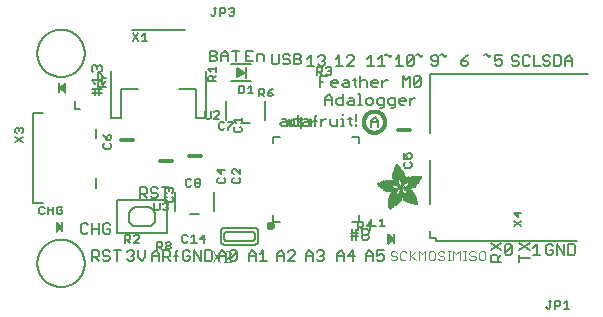
<source format=gbr>
G04 EAGLE Gerber RS-274X export*
G75*
%MOMM*%
%FSLAX34Y34*%
%LPD*%
%INSilkscreen Top*%
%IPPOS*%
%AMOC8*
5,1,8,0,0,1.08239X$1,22.5*%
G01*
%ADD10C,0.127000*%
%ADD11C,0.101600*%
%ADD12C,0.304800*%
%ADD13C,0.152400*%
%ADD14R,0.190500X0.889000*%
%ADD15C,0.203200*%
%ADD16R,0.200000X1.000000*%
%ADD17R,0.006300X0.050800*%
%ADD18R,0.006400X0.082600*%
%ADD19R,0.006300X0.120600*%
%ADD20R,0.006400X0.139700*%
%ADD21R,0.006300X0.158800*%
%ADD22R,0.006400X0.177800*%
%ADD23R,0.006300X0.196800*%
%ADD24R,0.006400X0.215900*%
%ADD25R,0.006300X0.228600*%
%ADD26R,0.006400X0.241300*%
%ADD27R,0.006300X0.254000*%
%ADD28R,0.006400X0.266700*%
%ADD29R,0.006300X0.279400*%
%ADD30R,0.006400X0.285700*%
%ADD31R,0.006300X0.298400*%
%ADD32R,0.006400X0.311200*%
%ADD33R,0.006300X0.317500*%
%ADD34R,0.006400X0.330200*%
%ADD35R,0.006300X0.336600*%
%ADD36R,0.006400X0.349200*%
%ADD37R,0.006300X0.361900*%
%ADD38R,0.006400X0.368300*%
%ADD39R,0.006300X0.381000*%
%ADD40R,0.006400X0.387300*%
%ADD41R,0.006300X0.393700*%
%ADD42R,0.006400X0.406400*%
%ADD43R,0.006300X0.412700*%
%ADD44R,0.006400X0.419100*%
%ADD45R,0.006300X0.431800*%
%ADD46R,0.006400X0.438100*%
%ADD47R,0.006300X0.450800*%
%ADD48R,0.006400X0.457200*%
%ADD49R,0.006300X0.463500*%
%ADD50R,0.006400X0.476200*%
%ADD51R,0.006300X0.482600*%
%ADD52R,0.006400X0.488900*%
%ADD53R,0.006300X0.501600*%
%ADD54R,0.006400X0.508000*%
%ADD55R,0.006300X0.514300*%
%ADD56R,0.006400X0.527000*%
%ADD57R,0.006300X0.533400*%
%ADD58R,0.006400X0.546100*%
%ADD59R,0.006300X0.552400*%
%ADD60R,0.006400X0.558800*%
%ADD61R,0.006300X0.571500*%
%ADD62R,0.006400X0.577800*%
%ADD63R,0.006300X0.584200*%
%ADD64R,0.006400X0.596900*%
%ADD65R,0.006300X0.603200*%
%ADD66R,0.006400X0.609600*%
%ADD67R,0.006300X0.622300*%
%ADD68R,0.006400X0.628600*%
%ADD69R,0.006300X0.641300*%
%ADD70R,0.006400X0.647700*%
%ADD71R,0.006300X0.063500*%
%ADD72R,0.006300X0.654000*%
%ADD73R,0.006400X0.101600*%
%ADD74R,0.006400X0.666700*%
%ADD75R,0.006300X0.139700*%
%ADD76R,0.006300X0.673100*%
%ADD77R,0.006400X0.165100*%
%ADD78R,0.006400X0.679400*%
%ADD79R,0.006300X0.196900*%
%ADD80R,0.006300X0.692100*%
%ADD81R,0.006400X0.222200*%
%ADD82R,0.006400X0.698500*%
%ADD83R,0.006300X0.247700*%
%ADD84R,0.006300X0.704800*%
%ADD85R,0.006400X0.279400*%
%ADD86R,0.006400X0.717500*%
%ADD87R,0.006300X0.298500*%
%ADD88R,0.006300X0.723900*%
%ADD89R,0.006400X0.736600*%
%ADD90R,0.006300X0.342900*%
%ADD91R,0.006300X0.742900*%
%ADD92R,0.006400X0.374700*%
%ADD93R,0.006400X0.749300*%
%ADD94R,0.006300X0.762000*%
%ADD95R,0.006400X0.412700*%
%ADD96R,0.006400X0.768300*%
%ADD97R,0.006300X0.438100*%
%ADD98R,0.006300X0.774700*%
%ADD99R,0.006400X0.463600*%
%ADD100R,0.006400X0.787400*%
%ADD101R,0.006300X0.793700*%
%ADD102R,0.006400X0.495300*%
%ADD103R,0.006400X0.800100*%
%ADD104R,0.006300X0.520700*%
%ADD105R,0.006300X0.812800*%
%ADD106R,0.006400X0.533400*%
%ADD107R,0.006400X0.819100*%
%ADD108R,0.006300X0.558800*%
%ADD109R,0.006300X0.825500*%
%ADD110R,0.006400X0.577900*%
%ADD111R,0.006400X0.831800*%
%ADD112R,0.006300X0.596900*%
%ADD113R,0.006300X0.844500*%
%ADD114R,0.006400X0.616000*%
%ADD115R,0.006400X0.850900*%
%ADD116R,0.006300X0.635000*%
%ADD117R,0.006300X0.857200*%
%ADD118R,0.006400X0.654100*%
%ADD119R,0.006400X0.863600*%
%ADD120R,0.006300X0.666700*%
%ADD121R,0.006300X0.869900*%
%ADD122R,0.006400X0.685800*%
%ADD123R,0.006400X0.876300*%
%ADD124R,0.006300X0.882600*%
%ADD125R,0.006400X0.723900*%
%ADD126R,0.006400X0.889000*%
%ADD127R,0.006300X0.895300*%
%ADD128R,0.006400X0.755700*%
%ADD129R,0.006400X0.901700*%
%ADD130R,0.006300X0.908000*%
%ADD131R,0.006400X0.793800*%
%ADD132R,0.006400X0.914400*%
%ADD133R,0.006300X0.806400*%
%ADD134R,0.006300X0.920700*%
%ADD135R,0.006400X0.825500*%
%ADD136R,0.006400X0.927100*%
%ADD137R,0.006300X0.933400*%
%ADD138R,0.006400X0.857300*%
%ADD139R,0.006400X0.939800*%
%ADD140R,0.006300X0.870000*%
%ADD141R,0.006300X0.939800*%
%ADD142R,0.006400X0.946100*%
%ADD143R,0.006300X0.952500*%
%ADD144R,0.006400X0.908000*%
%ADD145R,0.006400X0.958800*%
%ADD146R,0.006300X0.965200*%
%ADD147R,0.006400X0.965200*%
%ADD148R,0.006300X0.971500*%
%ADD149R,0.006400X0.952500*%
%ADD150R,0.006400X0.977900*%
%ADD151R,0.006300X0.958800*%
%ADD152R,0.006300X0.984200*%
%ADD153R,0.006400X0.971500*%
%ADD154R,0.006400X0.984200*%
%ADD155R,0.006300X0.990600*%
%ADD156R,0.006400X0.984300*%
%ADD157R,0.006400X0.996900*%
%ADD158R,0.006300X0.997000*%
%ADD159R,0.006300X0.996900*%
%ADD160R,0.006400X1.003300*%
%ADD161R,0.006300X1.016000*%
%ADD162R,0.006300X1.009600*%
%ADD163R,0.006400X1.016000*%
%ADD164R,0.006400X1.009600*%
%ADD165R,0.006300X1.022300*%
%ADD166R,0.006400X1.028700*%
%ADD167R,0.006300X1.035100*%
%ADD168R,0.006400X1.047800*%
%ADD169R,0.006300X1.054100*%
%ADD170R,0.006300X1.028700*%
%ADD171R,0.006400X1.054100*%
%ADD172R,0.006400X1.035000*%
%ADD173R,0.006300X1.060400*%
%ADD174R,0.006300X1.035000*%
%ADD175R,0.006400X1.060500*%
%ADD176R,0.006400X1.041400*%
%ADD177R,0.006300X1.066800*%
%ADD178R,0.006300X1.041400*%
%ADD179R,0.006400X1.079500*%
%ADD180R,0.006400X1.047700*%
%ADD181R,0.006300X1.085900*%
%ADD182R,0.006300X1.047700*%
%ADD183R,0.006400X1.085800*%
%ADD184R,0.006300X1.092200*%
%ADD185R,0.006400X1.085900*%
%ADD186R,0.006300X1.098600*%
%ADD187R,0.006400X1.098600*%
%ADD188R,0.006400X1.060400*%
%ADD189R,0.006300X1.104900*%
%ADD190R,0.006400X1.104900*%
%ADD191R,0.006400X1.066800*%
%ADD192R,0.006300X1.111200*%
%ADD193R,0.006400X1.117600*%
%ADD194R,0.006300X1.117600*%
%ADD195R,0.006300X1.073100*%
%ADD196R,0.006400X1.073100*%
%ADD197R,0.006300X1.124000*%
%ADD198R,0.006300X1.079500*%
%ADD199R,0.006400X1.123900*%
%ADD200R,0.006300X1.130300*%
%ADD201R,0.006400X1.130300*%
%ADD202R,0.006400X1.136700*%
%ADD203R,0.006300X1.136700*%
%ADD204R,0.006300X1.085800*%
%ADD205R,0.006400X1.136600*%
%ADD206R,0.006300X1.136600*%
%ADD207R,0.006400X1.143000*%
%ADD208R,0.006300X1.143000*%
%ADD209R,0.006300X1.149400*%
%ADD210R,0.006300X1.149300*%
%ADD211R,0.006400X1.149300*%
%ADD212R,0.006400X1.149400*%
%ADD213R,0.006400X1.155700*%
%ADD214R,0.006300X1.155700*%
%ADD215R,0.006300X1.060500*%
%ADD216R,0.006400X2.197100*%
%ADD217R,0.006300X2.197100*%
%ADD218R,0.006300X2.184400*%
%ADD219R,0.006400X2.184400*%
%ADD220R,0.006400X2.171700*%
%ADD221R,0.006300X2.171700*%
%ADD222R,0.006400X1.530300*%
%ADD223R,0.006300X1.505000*%
%ADD224R,0.006400X1.492300*%
%ADD225R,0.006300X1.485900*%
%ADD226R,0.006300X0.565200*%
%ADD227R,0.006400X1.473200*%
%ADD228R,0.006400X0.565200*%
%ADD229R,0.006300X1.460500*%
%ADD230R,0.006400X1.454100*%
%ADD231R,0.006400X0.552400*%
%ADD232R,0.006300X1.441500*%
%ADD233R,0.006300X0.546100*%
%ADD234R,0.006400X1.435100*%
%ADD235R,0.006400X0.539800*%
%ADD236R,0.006300X1.428800*%
%ADD237R,0.006400X1.422400*%
%ADD238R,0.006300X1.409700*%
%ADD239R,0.006300X0.527100*%
%ADD240R,0.006400X1.403300*%
%ADD241R,0.006400X0.527100*%
%ADD242R,0.006300X1.390700*%
%ADD243R,0.006400X1.384300*%
%ADD244R,0.006400X0.520700*%
%ADD245R,0.006300X1.384300*%
%ADD246R,0.006300X0.514400*%
%ADD247R,0.006400X1.371600*%
%ADD248R,0.006300X1.365200*%
%ADD249R,0.006300X0.508000*%
%ADD250R,0.006400X1.352600*%
%ADD251R,0.006400X0.501700*%
%ADD252R,0.006300X0.711200*%
%ADD253R,0.006300X0.603300*%
%ADD254R,0.006300X0.501700*%
%ADD255R,0.006400X0.692100*%
%ADD256R,0.006400X0.571500*%
%ADD257R,0.006300X0.679400*%
%ADD258R,0.006300X0.495300*%
%ADD259R,0.006400X0.673100*%
%ADD260R,0.006300X0.666800*%
%ADD261R,0.006300X0.488900*%
%ADD262R,0.006400X0.660400*%
%ADD263R,0.006400X0.482600*%
%ADD264R,0.006300X0.476200*%
%ADD265R,0.006400X0.654000*%
%ADD266R,0.006400X0.469900*%
%ADD267R,0.006400X0.476300*%
%ADD268R,0.006300X0.647700*%
%ADD269R,0.006300X0.457200*%
%ADD270R,0.006300X0.469900*%
%ADD271R,0.006400X0.641300*%
%ADD272R,0.006400X0.444500*%
%ADD273R,0.006300X0.463600*%
%ADD274R,0.006400X0.635000*%
%ADD275R,0.006400X0.463500*%
%ADD276R,0.006400X0.393700*%
%ADD277R,0.006400X0.450800*%
%ADD278R,0.006300X0.628600*%
%ADD279R,0.006300X0.387400*%
%ADD280R,0.006300X0.450900*%
%ADD281R,0.006400X0.628700*%
%ADD282R,0.006400X0.374600*%
%ADD283R,0.006300X0.368300*%
%ADD284R,0.006300X0.438200*%
%ADD285R,0.006400X0.622300*%
%ADD286R,0.006400X0.355600*%
%ADD287R,0.006400X0.431800*%
%ADD288R,0.006300X0.349300*%
%ADD289R,0.006300X0.425400*%
%ADD290R,0.006300X0.615900*%
%ADD291R,0.006300X0.330200*%
%ADD292R,0.006300X0.419100*%
%ADD293R,0.006300X0.616000*%
%ADD294R,0.006300X0.311200*%
%ADD295R,0.006300X0.406400*%
%ADD296R,0.006400X0.615900*%
%ADD297R,0.006400X0.304800*%
%ADD298R,0.006400X0.158800*%
%ADD299R,0.006300X0.609600*%
%ADD300R,0.006300X0.292100*%
%ADD301R,0.006300X0.235000*%
%ADD302R,0.006400X0.387400*%
%ADD303R,0.006400X0.292100*%
%ADD304R,0.006300X0.336500*%
%ADD305R,0.006300X0.260400*%
%ADD306R,0.006400X0.603300*%
%ADD307R,0.006400X0.260400*%
%ADD308R,0.006400X0.362000*%
%ADD309R,0.006400X0.450900*%
%ADD310R,0.006300X0.355600*%
%ADD311R,0.006400X0.342900*%
%ADD312R,0.006400X0.514300*%
%ADD313R,0.006300X0.234900*%
%ADD314R,0.006300X0.539700*%
%ADD315R,0.006400X0.603200*%
%ADD316R,0.006400X0.234900*%
%ADD317R,0.006400X0.920700*%
%ADD318R,0.006400X0.958900*%
%ADD319R,0.006300X0.215900*%
%ADD320R,0.006400X0.209600*%
%ADD321R,0.006300X0.203200*%
%ADD322R,0.006300X1.003300*%
%ADD323R,0.006400X0.203200*%
%ADD324R,0.006400X0.196900*%
%ADD325R,0.006300X0.190500*%
%ADD326R,0.006400X0.190500*%
%ADD327R,0.006300X0.184200*%
%ADD328R,0.006400X0.590500*%
%ADD329R,0.006400X0.184200*%
%ADD330R,0.006300X0.590500*%
%ADD331R,0.006300X0.177800*%
%ADD332R,0.006400X0.584200*%
%ADD333R,0.006400X1.168400*%
%ADD334R,0.006300X0.171500*%
%ADD335R,0.006300X1.187500*%
%ADD336R,0.006400X1.200100*%
%ADD337R,0.006300X0.577800*%
%ADD338R,0.006300X1.212900*%
%ADD339R,0.006400X1.231900*%
%ADD340R,0.006300X1.250900*%
%ADD341R,0.006400X0.565100*%
%ADD342R,0.006400X0.184100*%
%ADD343R,0.006400X1.263700*%
%ADD344R,0.006300X0.565100*%
%ADD345R,0.006300X1.289100*%
%ADD346R,0.006400X1.314400*%
%ADD347R,0.006300X0.552500*%
%ADD348R,0.006300X1.568500*%
%ADD349R,0.006400X0.552500*%
%ADD350R,0.006400X1.581200*%
%ADD351R,0.006300X1.593800*%
%ADD352R,0.006400X1.606500*%
%ADD353R,0.006300X1.619300*%
%ADD354R,0.006400X0.514400*%
%ADD355R,0.006400X1.638300*%
%ADD356R,0.006300X1.657300*%
%ADD357R,0.006400X2.209800*%
%ADD358R,0.006300X2.425700*%
%ADD359R,0.006400X2.470100*%
%ADD360R,0.006300X2.501900*%
%ADD361R,0.006400X2.533700*%
%ADD362R,0.006300X2.559000*%
%ADD363R,0.006400X2.584500*%
%ADD364R,0.006300X2.609900*%
%ADD365R,0.006400X2.628900*%
%ADD366R,0.006300X2.660600*%
%ADD367R,0.006400X2.673400*%
%ADD368R,0.006300X1.422400*%
%ADD369R,0.006300X1.200200*%
%ADD370R,0.006300X1.365300*%
%ADD371R,0.006400X1.365300*%
%ADD372R,0.006300X1.352500*%
%ADD373R,0.006300X1.098500*%
%ADD374R,0.006400X1.358900*%
%ADD375R,0.006300X1.352600*%
%ADD376R,0.006300X1.358900*%
%ADD377R,0.006300X1.371600*%
%ADD378R,0.006400X1.377900*%
%ADD379R,0.006400X1.397000*%
%ADD380R,0.006300X1.403300*%
%ADD381R,0.006300X0.914400*%
%ADD382R,0.006300X0.876300*%
%ADD383R,0.006300X0.374600*%
%ADD384R,0.006400X1.073200*%
%ADD385R,0.006300X0.374700*%
%ADD386R,0.006400X0.844600*%
%ADD387R,0.006300X0.844600*%
%ADD388R,0.006400X0.831900*%
%ADD389R,0.006400X1.092200*%
%ADD390R,0.006300X0.400000*%
%ADD391R,0.006400X0.819200*%
%ADD392R,0.006400X1.111300*%
%ADD393R,0.006400X0.812800*%
%ADD394R,0.006300X0.800100*%
%ADD395R,0.006300X0.476300*%
%ADD396R,0.006300X1.181100*%
%ADD397R,0.006400X0.501600*%
%ADD398R,0.006400X1.193800*%
%ADD399R,0.006400X0.781000*%
%ADD400R,0.006400X1.238200*%
%ADD401R,0.006300X0.781100*%
%ADD402R,0.006300X1.257300*%
%ADD403R,0.006400X1.295400*%
%ADD404R,0.006300X1.333500*%
%ADD405R,0.006400X0.774700*%
%ADD406R,0.006400X1.866900*%
%ADD407R,0.006300X0.209600*%
%ADD408R,0.006300X1.866900*%
%ADD409R,0.006400X0.768400*%
%ADD410R,0.006400X0.209500*%
%ADD411R,0.006400X1.860600*%
%ADD412R,0.006400X0.762000*%
%ADD413R,0.006300X0.768400*%
%ADD414R,0.006300X1.860600*%
%ADD415R,0.006400X1.860500*%
%ADD416R,0.006300X0.222300*%
%ADD417R,0.006300X1.854200*%
%ADD418R,0.006400X0.235000*%
%ADD419R,0.006400X1.854200*%
%ADD420R,0.006300X0.768300*%
%ADD421R,0.006400X0.260300*%
%ADD422R,0.006400X1.847800*%
%ADD423R,0.006300X0.266700*%
%ADD424R,0.006300X1.847800*%
%ADD425R,0.006400X0.273100*%
%ADD426R,0.006400X1.841500*%
%ADD427R,0.006300X0.285800*%
%ADD428R,0.006300X1.841500*%
%ADD429R,0.006400X0.298500*%
%ADD430R,0.006400X1.835100*%
%ADD431R,0.006300X0.781000*%
%ADD432R,0.006300X0.304800*%
%ADD433R,0.006300X1.835100*%
%ADD434R,0.006400X0.317500*%
%ADD435R,0.006400X1.828800*%
%ADD436R,0.006300X0.787400*%
%ADD437R,0.006300X0.323800*%
%ADD438R,0.006300X1.828800*%
%ADD439R,0.006400X0.793700*%
%ADD440R,0.006400X1.822400*%
%ADD441R,0.006300X0.806500*%
%ADD442R,0.006300X1.822400*%
%ADD443R,0.006400X1.816100*%
%ADD444R,0.006300X0.819100*%
%ADD445R,0.006300X0.387300*%
%ADD446R,0.006300X1.816100*%
%ADD447R,0.006400X1.809800*%
%ADD448R,0.006300X1.803400*%
%ADD449R,0.006400X1.797000*%
%ADD450R,0.006300X0.901700*%
%ADD451R,0.006300X1.797000*%
%ADD452R,0.006400X1.441400*%
%ADD453R,0.006400X1.790700*%
%ADD454R,0.006300X1.447800*%
%ADD455R,0.006300X1.784300*%
%ADD456R,0.006400X1.447800*%
%ADD457R,0.006400X1.784300*%
%ADD458R,0.006300X1.454100*%
%ADD459R,0.006300X1.771700*%
%ADD460R,0.006400X1.460500*%
%ADD461R,0.006400X1.759000*%
%ADD462R,0.006300X1.466800*%
%ADD463R,0.006300X1.752600*%
%ADD464R,0.006400X1.466800*%
%ADD465R,0.006400X1.739900*%
%ADD466R,0.006300X1.473200*%
%ADD467R,0.006300X1.727200*%
%ADD468R,0.006400X1.479500*%
%ADD469R,0.006400X1.714500*%
%ADD470R,0.006300X1.695400*%
%ADD471R,0.006400X1.485900*%
%ADD472R,0.006400X1.682700*%
%ADD473R,0.006300X1.492200*%
%ADD474R,0.006300X1.663700*%
%ADD475R,0.006400X1.498600*%
%ADD476R,0.006400X1.644600*%
%ADD477R,0.006300X1.498600*%
%ADD478R,0.006300X1.619200*%
%ADD479R,0.006400X1.511300*%
%ADD480R,0.006400X1.600200*%
%ADD481R,0.006300X1.517700*%
%ADD482R,0.006300X1.574800*%
%ADD483R,0.006400X1.524000*%
%ADD484R,0.006400X1.555800*%
%ADD485R,0.006300X1.524000*%
%ADD486R,0.006300X1.536700*%
%ADD487R,0.006400X1.530400*%
%ADD488R,0.006400X1.517700*%
%ADD489R,0.006300X1.492300*%
%ADD490R,0.006400X1.549400*%
%ADD491R,0.006400X1.479600*%
%ADD492R,0.006300X1.549400*%
%ADD493R,0.006400X1.555700*%
%ADD494R,0.006300X1.562100*%
%ADD495R,0.006300X0.323900*%
%ADD496R,0.006400X1.568400*%
%ADD497R,0.006400X0.336600*%
%ADD498R,0.006300X1.587500*%
%ADD499R,0.006300X0.971600*%
%ADD500R,0.006400X0.349300*%
%ADD501R,0.006300X1.600200*%
%ADD502R,0.006300X0.920800*%
%ADD503R,0.006400X0.882700*%
%ADD504R,0.006300X1.612900*%
%ADD505R,0.006300X0.362000*%
%ADD506R,0.006400X1.625600*%
%ADD507R,0.006300X1.625600*%
%ADD508R,0.006300X1.644600*%
%ADD509R,0.006300X0.736600*%
%ADD510R,0.006400X0.717600*%
%ADD511R,0.006300X1.657400*%
%ADD512R,0.006300X0.679500*%
%ADD513R,0.006400X1.663700*%
%ADD514R,0.006400X0.400000*%
%ADD515R,0.006300X1.676400*%
%ADD516R,0.006400X1.676400*%
%ADD517R,0.006400X0.425500*%
%ADD518R,0.006400X1.352500*%
%ADD519R,0.006300X0.444500*%
%ADD520R,0.006400X0.361900*%
%ADD521R,0.006300X0.088900*%
%ADD522R,0.006300X1.009700*%
%ADD523R,0.006400X1.009700*%
%ADD524R,0.006400X1.022300*%
%ADD525R,0.006400X1.346200*%
%ADD526R,0.006300X1.346200*%
%ADD527R,0.006400X1.339900*%
%ADD528R,0.006400X1.035100*%
%ADD529R,0.006300X1.339800*%
%ADD530R,0.006400X1.333500*%
%ADD531R,0.006400X1.327200*%
%ADD532R,0.006300X1.320800*%
%ADD533R,0.006400X1.314500*%
%ADD534R,0.006300X1.314400*%
%ADD535R,0.006400X1.301700*%
%ADD536R,0.006300X1.295400*%
%ADD537R,0.006400X1.289000*%
%ADD538R,0.006300X1.276300*%
%ADD539R,0.006300X1.251000*%
%ADD540R,0.006400X1.244600*%
%ADD541R,0.006300X1.231900*%
%ADD542R,0.006400X1.212800*%
%ADD543R,0.006300X1.200100*%
%ADD544R,0.006400X1.187400*%
%ADD545R,0.006300X1.168400*%
%ADD546R,0.006300X1.047800*%
%ADD547R,0.006300X0.977900*%
%ADD548R,0.006400X0.946200*%
%ADD549R,0.006400X0.933400*%
%ADD550R,0.006400X0.895300*%
%ADD551R,0.006300X0.882700*%
%ADD552R,0.006300X0.863600*%
%ADD553R,0.006400X0.857200*%
%ADD554R,0.006300X0.850900*%
%ADD555R,0.006300X0.838200*%
%ADD556R,0.006400X0.806500*%
%ADD557R,0.006300X0.717600*%
%ADD558R,0.006400X0.711200*%
%ADD559R,0.006400X0.641400*%
%ADD560R,0.006300X0.641400*%
%ADD561R,0.006300X0.628700*%
%ADD562R,0.006300X0.590600*%
%ADD563R,0.006400X0.539700*%
%ADD564R,0.006300X0.285700*%
%ADD565R,0.006300X0.222200*%
%ADD566R,0.006300X0.171400*%
%ADD567R,0.006400X0.152400*%
%ADD568R,0.006300X0.133400*%
%ADD569C,0.406400*%
%ADD570C,0.076200*%

G36*
X21647Y51314D02*
X21647Y51314D01*
X21665Y51312D01*
X21767Y51340D01*
X21870Y51362D01*
X21885Y51371D01*
X21902Y51376D01*
X22047Y51461D01*
X27127Y55271D01*
X27130Y55274D01*
X27134Y55276D01*
X27215Y55363D01*
X27297Y55448D01*
X27299Y55452D01*
X27302Y55455D01*
X27352Y55564D01*
X27402Y55671D01*
X27402Y55675D01*
X27404Y55679D01*
X27417Y55797D01*
X27430Y55915D01*
X27430Y55919D01*
X27430Y55924D01*
X27404Y56040D01*
X27380Y56156D01*
X27377Y56160D01*
X27376Y56164D01*
X27315Y56266D01*
X27255Y56368D01*
X27251Y56371D01*
X27249Y56374D01*
X27127Y56489D01*
X22047Y60299D01*
X22031Y60307D01*
X22018Y60320D01*
X22003Y60327D01*
X21995Y60333D01*
X21945Y60353D01*
X21922Y60364D01*
X21829Y60413D01*
X21811Y60416D01*
X21795Y60423D01*
X21690Y60435D01*
X21586Y60451D01*
X21568Y60448D01*
X21551Y60450D01*
X21448Y60428D01*
X21343Y60410D01*
X21328Y60402D01*
X21310Y60398D01*
X21220Y60344D01*
X21127Y60294D01*
X21114Y60281D01*
X21099Y60272D01*
X21030Y60192D01*
X20958Y60115D01*
X20951Y60098D01*
X20939Y60085D01*
X20900Y59987D01*
X20856Y59891D01*
X20854Y59873D01*
X20847Y59857D01*
X20829Y59690D01*
X20829Y52070D01*
X20832Y52052D01*
X20830Y52035D01*
X20851Y51931D01*
X20869Y51827D01*
X20877Y51812D01*
X20881Y51794D01*
X20934Y51703D01*
X20984Y51610D01*
X20996Y51598D01*
X21006Y51582D01*
X21085Y51513D01*
X21162Y51441D01*
X21178Y51433D01*
X21192Y51421D01*
X21289Y51381D01*
X21385Y51337D01*
X21403Y51335D01*
X21419Y51328D01*
X21525Y51321D01*
X21629Y51310D01*
X21647Y51314D01*
G37*
G36*
X302317Y41154D02*
X302317Y41154D01*
X302335Y41152D01*
X302437Y41180D01*
X302540Y41202D01*
X302555Y41211D01*
X302572Y41216D01*
X302717Y41301D01*
X307797Y45111D01*
X307800Y45114D01*
X307804Y45116D01*
X307885Y45203D01*
X307967Y45288D01*
X307969Y45292D01*
X307972Y45295D01*
X308022Y45404D01*
X308072Y45511D01*
X308072Y45515D01*
X308074Y45519D01*
X308087Y45637D01*
X308100Y45755D01*
X308100Y45759D01*
X308100Y45764D01*
X308074Y45880D01*
X308050Y45996D01*
X308047Y46000D01*
X308046Y46004D01*
X307985Y46106D01*
X307925Y46208D01*
X307921Y46211D01*
X307919Y46214D01*
X307797Y46329D01*
X302717Y50139D01*
X302701Y50147D01*
X302688Y50160D01*
X302673Y50167D01*
X302665Y50173D01*
X302615Y50193D01*
X302592Y50204D01*
X302499Y50253D01*
X302481Y50256D01*
X302465Y50263D01*
X302360Y50275D01*
X302256Y50291D01*
X302238Y50288D01*
X302221Y50290D01*
X302118Y50268D01*
X302013Y50250D01*
X301998Y50242D01*
X301980Y50238D01*
X301890Y50184D01*
X301797Y50134D01*
X301784Y50121D01*
X301769Y50112D01*
X301700Y50032D01*
X301628Y49955D01*
X301621Y49938D01*
X301609Y49925D01*
X301570Y49827D01*
X301526Y49731D01*
X301524Y49713D01*
X301517Y49697D01*
X301499Y49530D01*
X301499Y41910D01*
X301502Y41892D01*
X301500Y41875D01*
X301521Y41771D01*
X301539Y41667D01*
X301547Y41652D01*
X301551Y41634D01*
X301604Y41543D01*
X301654Y41450D01*
X301666Y41438D01*
X301676Y41422D01*
X301755Y41353D01*
X301832Y41281D01*
X301848Y41273D01*
X301862Y41261D01*
X301959Y41221D01*
X302055Y41177D01*
X302073Y41175D01*
X302089Y41168D01*
X302195Y41161D01*
X302299Y41150D01*
X302317Y41154D01*
G37*
G36*
X29012Y169022D02*
X29012Y169022D01*
X29029Y169020D01*
X29132Y169042D01*
X29237Y169060D01*
X29252Y169068D01*
X29270Y169072D01*
X29360Y169126D01*
X29454Y169176D01*
X29466Y169189D01*
X29481Y169198D01*
X29550Y169278D01*
X29622Y169355D01*
X29629Y169372D01*
X29641Y169385D01*
X29680Y169483D01*
X29724Y169579D01*
X29726Y169597D01*
X29733Y169613D01*
X29751Y169780D01*
X29751Y177400D01*
X29749Y177417D01*
X29750Y177432D01*
X29750Y177435D01*
X29729Y177539D01*
X29712Y177643D01*
X29703Y177658D01*
X29700Y177676D01*
X29646Y177767D01*
X29596Y177860D01*
X29584Y177872D01*
X29575Y177888D01*
X29495Y177957D01*
X29418Y178030D01*
X29402Y178037D01*
X29388Y178049D01*
X29291Y178089D01*
X29195Y178133D01*
X29177Y178135D01*
X29161Y178142D01*
X29055Y178149D01*
X28951Y178160D01*
X28933Y178156D01*
X28915Y178158D01*
X28813Y178130D01*
X28740Y178114D01*
X28737Y178114D01*
X28710Y178108D01*
X28695Y178099D01*
X28678Y178094D01*
X28533Y178009D01*
X23453Y174199D01*
X23450Y174196D01*
X23447Y174194D01*
X23365Y174107D01*
X23283Y174022D01*
X23281Y174018D01*
X23278Y174015D01*
X23228Y173906D01*
X23178Y173799D01*
X23178Y173795D01*
X23176Y173791D01*
X23163Y173673D01*
X23150Y173555D01*
X23150Y173551D01*
X23150Y173546D01*
X23176Y173430D01*
X23201Y173314D01*
X23203Y173310D01*
X23204Y173306D01*
X23265Y173204D01*
X23326Y173102D01*
X23329Y173099D01*
X23331Y173096D01*
X23453Y172981D01*
X28533Y169171D01*
X28549Y169163D01*
X28562Y169151D01*
X28658Y169106D01*
X28751Y169057D01*
X28769Y169054D01*
X28785Y169047D01*
X28890Y169035D01*
X28994Y169019D01*
X29012Y169022D01*
G37*
G36*
X175845Y183683D02*
X175845Y183683D01*
X175916Y183681D01*
X175986Y183700D01*
X176057Y183708D01*
X176112Y183733D01*
X176191Y183753D01*
X176294Y183814D01*
X176363Y183845D01*
X179363Y185845D01*
X179450Y185922D01*
X179540Y185995D01*
X179555Y186017D01*
X179575Y186035D01*
X179637Y186132D01*
X179704Y186227D01*
X179712Y186253D01*
X179727Y186275D01*
X179759Y186386D01*
X179797Y186496D01*
X179798Y186523D01*
X179805Y186548D01*
X179805Y186664D01*
X179811Y186780D01*
X179805Y186806D01*
X179805Y186833D01*
X179773Y186944D01*
X179747Y187057D01*
X179734Y187080D01*
X179726Y187106D01*
X179664Y187204D01*
X179608Y187305D01*
X179590Y187321D01*
X179575Y187346D01*
X179367Y187531D01*
X179363Y187535D01*
X176363Y189535D01*
X176299Y189566D01*
X176239Y189606D01*
X176171Y189627D01*
X176107Y189658D01*
X176036Y189670D01*
X175968Y189691D01*
X175897Y189693D01*
X175827Y189705D01*
X175755Y189697D01*
X175684Y189699D01*
X175615Y189681D01*
X175544Y189672D01*
X175478Y189645D01*
X175409Y189627D01*
X175348Y189590D01*
X175282Y189563D01*
X175226Y189518D01*
X175164Y189482D01*
X175115Y189430D01*
X175060Y189385D01*
X175019Y189327D01*
X174970Y189274D01*
X174937Y189211D01*
X174896Y189153D01*
X174873Y189085D01*
X174840Y189021D01*
X174830Y188962D01*
X174803Y188884D01*
X174797Y188765D01*
X174785Y188690D01*
X174785Y184690D01*
X174795Y184619D01*
X174795Y184547D01*
X174815Y184479D01*
X174825Y184409D01*
X174854Y184343D01*
X174874Y184274D01*
X174912Y184214D01*
X174941Y184149D01*
X174987Y184094D01*
X175025Y184034D01*
X175079Y183986D01*
X175125Y183932D01*
X175184Y183892D01*
X175238Y183845D01*
X175302Y183814D01*
X175361Y183775D01*
X175430Y183753D01*
X175494Y183722D01*
X175564Y183710D01*
X175632Y183689D01*
X175704Y183687D01*
X175775Y183675D01*
X175845Y183683D01*
G37*
D10*
X203772Y202573D02*
X203772Y195158D01*
X205255Y193675D01*
X208221Y193675D01*
X209704Y195158D01*
X209704Y202573D01*
X217576Y202573D02*
X219059Y201090D01*
X217576Y202573D02*
X214610Y202573D01*
X213127Y201090D01*
X213127Y199607D01*
X214610Y198124D01*
X217576Y198124D01*
X219059Y196641D01*
X219059Y195158D01*
X217576Y193675D01*
X214610Y193675D01*
X213127Y195158D01*
X222483Y193675D02*
X222483Y202573D01*
X226931Y202573D01*
X228414Y201090D01*
X228414Y199607D01*
X226931Y198124D01*
X228414Y196641D01*
X228414Y195158D01*
X226931Y193675D01*
X222483Y193675D01*
X222483Y198124D02*
X226931Y198124D01*
X51372Y36203D02*
X51372Y27305D01*
X51372Y36203D02*
X55821Y36203D01*
X57304Y34720D01*
X57304Y31754D01*
X55821Y30271D01*
X51372Y30271D01*
X54338Y30271D02*
X57304Y27305D01*
X65176Y36203D02*
X66659Y34720D01*
X65176Y36203D02*
X62210Y36203D01*
X60727Y34720D01*
X60727Y33237D01*
X62210Y31754D01*
X65176Y31754D01*
X66659Y30271D01*
X66659Y28788D01*
X65176Y27305D01*
X62210Y27305D01*
X60727Y28788D01*
X73048Y27305D02*
X73048Y36203D01*
X70083Y36203D02*
X76014Y36203D01*
X102461Y33237D02*
X102461Y27305D01*
X102461Y33237D02*
X105427Y36203D01*
X108393Y33237D01*
X108393Y27305D01*
X108393Y31754D02*
X102461Y31754D01*
X111817Y27305D02*
X111817Y36203D01*
X116265Y36203D01*
X117748Y34720D01*
X117748Y31754D01*
X116265Y30271D01*
X111817Y30271D01*
X114782Y30271D02*
X117748Y27305D01*
X122655Y27305D02*
X122655Y34720D01*
X124138Y36203D01*
X124138Y31754D02*
X121172Y31754D01*
X82933Y36203D02*
X81450Y34720D01*
X82933Y36203D02*
X85899Y36203D01*
X87382Y34720D01*
X87382Y33237D01*
X85899Y31754D01*
X84416Y31754D01*
X85899Y31754D02*
X87382Y30271D01*
X87382Y28788D01*
X85899Y27305D01*
X82933Y27305D01*
X81450Y28788D01*
X90805Y30271D02*
X90805Y36203D01*
X90805Y30271D02*
X93771Y27305D01*
X96737Y30271D01*
X96737Y36203D01*
X283380Y33237D02*
X283380Y27305D01*
X283380Y33237D02*
X286346Y36203D01*
X289312Y33237D01*
X289312Y27305D01*
X289312Y31754D02*
X283380Y31754D01*
X292735Y36203D02*
X298667Y36203D01*
X292735Y36203D02*
X292735Y31754D01*
X295701Y33237D01*
X297184Y33237D01*
X298667Y31754D01*
X298667Y28788D01*
X297184Y27305D01*
X294218Y27305D01*
X292735Y28788D01*
X259250Y27305D02*
X259250Y33237D01*
X262216Y36203D01*
X265182Y33237D01*
X265182Y27305D01*
X265182Y31754D02*
X259250Y31754D01*
X273054Y27305D02*
X273054Y36203D01*
X268605Y31754D01*
X274537Y31754D01*
X232580Y33237D02*
X232580Y27305D01*
X232580Y33237D02*
X235546Y36203D01*
X238512Y33237D01*
X238512Y27305D01*
X238512Y31754D02*
X232580Y31754D01*
X241935Y34720D02*
X243418Y36203D01*
X246384Y36203D01*
X247867Y34720D01*
X247867Y33237D01*
X246384Y31754D01*
X244901Y31754D01*
X246384Y31754D02*
X247867Y30271D01*
X247867Y28788D01*
X246384Y27305D01*
X243418Y27305D01*
X241935Y28788D01*
X208450Y27305D02*
X208450Y33237D01*
X211416Y36203D01*
X214382Y33237D01*
X214382Y27305D01*
X214382Y31754D02*
X208450Y31754D01*
X217805Y27305D02*
X223737Y27305D01*
X217805Y27305D02*
X223737Y33237D01*
X223737Y34720D01*
X222254Y36203D01*
X219288Y36203D01*
X217805Y34720D01*
X184320Y33237D02*
X184320Y27305D01*
X184320Y33237D02*
X187286Y36203D01*
X190252Y33237D01*
X190252Y27305D01*
X190252Y31754D02*
X184320Y31754D01*
X193675Y33237D02*
X196641Y36203D01*
X196641Y27305D01*
X193675Y27305D02*
X199607Y27305D01*
X158920Y27305D02*
X158920Y33237D01*
X161886Y36203D01*
X164852Y33237D01*
X164852Y27305D01*
X164852Y31754D02*
X158920Y31754D01*
X168275Y28788D02*
X168275Y34720D01*
X169758Y36203D01*
X172724Y36203D01*
X174207Y34720D01*
X174207Y28788D01*
X172724Y27305D01*
X169758Y27305D01*
X168275Y28788D01*
X174207Y34720D01*
X233850Y198337D02*
X236816Y201303D01*
X236816Y192405D01*
X233850Y192405D02*
X239782Y192405D01*
X243205Y199820D02*
X244688Y201303D01*
X247654Y201303D01*
X249137Y199820D01*
X249137Y198337D01*
X247654Y196854D01*
X246171Y196854D01*
X247654Y196854D02*
X249137Y195371D01*
X249137Y193888D01*
X247654Y192405D01*
X244688Y192405D01*
X243205Y193888D01*
X383710Y201303D02*
X385193Y202786D01*
X388159Y199820D01*
X389642Y201303D01*
X393065Y201303D02*
X398997Y201303D01*
X393065Y201303D02*
X393065Y196854D01*
X396031Y198337D01*
X397514Y198337D01*
X398997Y196854D01*
X398997Y193888D01*
X397514Y192405D01*
X394548Y192405D01*
X393065Y193888D01*
X287616Y201303D02*
X284650Y198337D01*
X287616Y201303D02*
X287616Y192405D01*
X284650Y192405D02*
X290582Y192405D01*
X294005Y198337D02*
X296971Y201303D01*
X296971Y192405D01*
X294005Y192405D02*
X299937Y192405D01*
X308780Y198337D02*
X311746Y201303D01*
X311746Y192405D01*
X308780Y192405D02*
X314712Y192405D01*
X318135Y193888D02*
X318135Y199820D01*
X319618Y201303D01*
X322584Y201303D01*
X324067Y199820D01*
X324067Y193888D01*
X322584Y192405D01*
X319618Y192405D01*
X318135Y193888D01*
X324067Y199820D01*
X338857Y193888D02*
X340340Y192405D01*
X343306Y192405D01*
X344789Y193888D01*
X344789Y199820D01*
X343306Y201303D01*
X340340Y201303D01*
X338857Y199820D01*
X338857Y198337D01*
X340340Y196854D01*
X344789Y196854D01*
D11*
X308400Y35694D02*
X309713Y34380D01*
X308400Y35694D02*
X305773Y35694D01*
X304459Y34380D01*
X304459Y33067D01*
X305773Y31753D01*
X308400Y31753D01*
X309713Y30440D01*
X309713Y29126D01*
X308400Y27813D01*
X305773Y27813D01*
X304459Y29126D01*
X316585Y35694D02*
X317899Y34380D01*
X316585Y35694D02*
X313959Y35694D01*
X312645Y34380D01*
X312645Y29126D01*
X313959Y27813D01*
X316585Y27813D01*
X317899Y29126D01*
X320831Y27813D02*
X320831Y35694D01*
X320831Y30440D02*
X326085Y35694D01*
X322144Y31753D02*
X326085Y27813D01*
X328401Y27813D02*
X328401Y35694D01*
X331028Y33067D01*
X333655Y35694D01*
X333655Y27813D01*
X337900Y35694D02*
X340527Y35694D01*
X337900Y35694D02*
X336587Y34380D01*
X336587Y29126D01*
X337900Y27813D01*
X340527Y27813D01*
X341840Y29126D01*
X341840Y34380D01*
X340527Y35694D01*
X348713Y35694D02*
X350026Y34380D01*
X348713Y35694D02*
X346086Y35694D01*
X344772Y34380D01*
X344772Y33067D01*
X346086Y31753D01*
X348713Y31753D01*
X350026Y30440D01*
X350026Y29126D01*
X348713Y27813D01*
X346086Y27813D01*
X344772Y29126D01*
X352958Y27813D02*
X355585Y27813D01*
X354272Y27813D02*
X354272Y35694D01*
X355585Y35694D02*
X352958Y35694D01*
X357611Y35694D02*
X357611Y27813D01*
X360238Y33067D02*
X357611Y35694D01*
X360238Y33067D02*
X362865Y35694D01*
X362865Y27813D01*
X365797Y27813D02*
X368423Y27813D01*
X367110Y27813D02*
X367110Y35694D01*
X365797Y35694D02*
X368423Y35694D01*
X375194Y35694D02*
X376508Y34380D01*
X375194Y35694D02*
X372567Y35694D01*
X371254Y34380D01*
X371254Y33067D01*
X372567Y31753D01*
X375194Y31753D01*
X376508Y30440D01*
X376508Y29126D01*
X375194Y27813D01*
X372567Y27813D01*
X371254Y29126D01*
X380753Y35694D02*
X383380Y35694D01*
X380753Y35694D02*
X379439Y34380D01*
X379439Y29126D01*
X380753Y27813D01*
X383380Y27813D01*
X384693Y29126D01*
X384693Y34380D01*
X383380Y35694D01*
D10*
X412904Y199820D02*
X411421Y201303D01*
X408455Y201303D01*
X406972Y199820D01*
X406972Y198337D01*
X408455Y196854D01*
X411421Y196854D01*
X412904Y195371D01*
X412904Y193888D01*
X411421Y192405D01*
X408455Y192405D01*
X406972Y193888D01*
X420776Y201303D02*
X422259Y199820D01*
X420776Y201303D02*
X417810Y201303D01*
X416327Y199820D01*
X416327Y193888D01*
X417810Y192405D01*
X420776Y192405D01*
X422259Y193888D01*
X425683Y192405D02*
X425683Y201303D01*
X425683Y192405D02*
X431614Y192405D01*
X439574Y199820D02*
X438091Y201303D01*
X435125Y201303D01*
X433642Y199820D01*
X433642Y198337D01*
X435125Y196854D01*
X438091Y196854D01*
X439574Y195371D01*
X439574Y193888D01*
X438091Y192405D01*
X435125Y192405D01*
X433642Y193888D01*
X442997Y192405D02*
X442997Y201303D01*
X442997Y192405D02*
X447446Y192405D01*
X448929Y193888D01*
X448929Y199820D01*
X447446Y201303D01*
X442997Y201303D01*
X452353Y198337D02*
X452353Y192405D01*
X452353Y198337D02*
X455318Y201303D01*
X458284Y198337D01*
X458284Y192405D01*
X458284Y196854D02*
X452353Y196854D01*
X401087Y39800D02*
X401087Y33868D01*
X401087Y39800D02*
X402570Y41283D01*
X405536Y41283D01*
X407019Y39800D01*
X407019Y33868D01*
X405536Y32385D01*
X402570Y32385D01*
X401087Y33868D01*
X407019Y39800D01*
X425217Y38317D02*
X428183Y41283D01*
X428183Y32385D01*
X425217Y32385D02*
X431149Y32385D01*
X398145Y26840D02*
X389247Y26840D01*
X389247Y31289D01*
X390730Y32772D01*
X393696Y32772D01*
X395179Y31289D01*
X395179Y26840D01*
X395179Y29806D02*
X398145Y32772D01*
X398145Y42127D02*
X389247Y36195D01*
X389247Y42127D02*
X398145Y36195D01*
X413377Y29806D02*
X422275Y29806D01*
X413377Y26840D02*
X413377Y32772D01*
X413377Y36195D02*
X422275Y42127D01*
X422275Y36195D02*
X413377Y42127D01*
X151702Y196215D02*
X151702Y205113D01*
X156151Y205113D01*
X157634Y203630D01*
X157634Y202147D01*
X156151Y200664D01*
X157634Y199181D01*
X157634Y197698D01*
X156151Y196215D01*
X151702Y196215D01*
X151702Y200664D02*
X156151Y200664D01*
X161057Y202147D02*
X161057Y196215D01*
X161057Y202147D02*
X164023Y205113D01*
X166989Y202147D01*
X166989Y196215D01*
X166989Y200664D02*
X161057Y200664D01*
X173378Y196215D02*
X173378Y205113D01*
X170413Y205113D02*
X176344Y205113D01*
X257980Y198337D02*
X260946Y201303D01*
X260946Y192405D01*
X257980Y192405D02*
X263912Y192405D01*
X267335Y192405D02*
X273267Y192405D01*
X267335Y192405D02*
X273267Y198337D01*
X273267Y199820D01*
X271784Y201303D01*
X268818Y201303D01*
X267335Y199820D01*
X367223Y199820D02*
X370189Y201303D01*
X367223Y199820D02*
X364257Y196854D01*
X364257Y193888D01*
X365740Y192405D01*
X368706Y192405D01*
X370189Y193888D01*
X370189Y195371D01*
X368706Y196854D01*
X364257Y196854D01*
X134774Y34720D02*
X133291Y36203D01*
X130325Y36203D01*
X128842Y34720D01*
X128842Y28788D01*
X130325Y27305D01*
X133291Y27305D01*
X134774Y28788D01*
X134774Y31754D01*
X131808Y31754D01*
X138197Y27305D02*
X138197Y36203D01*
X144129Y27305D01*
X144129Y36203D01*
X147553Y36203D02*
X147553Y27305D01*
X152001Y27305D01*
X153484Y28788D01*
X153484Y34720D01*
X152001Y36203D01*
X147553Y36203D01*
X60325Y169695D02*
X51427Y169695D01*
X51427Y172661D02*
X60325Y172661D01*
X54393Y172661D02*
X54393Y168212D01*
X54393Y172661D02*
X54393Y174144D01*
X57359Y174144D02*
X57359Y168212D01*
X54393Y177567D02*
X51427Y180533D01*
X60325Y180533D01*
X60325Y177567D02*
X60325Y183499D01*
X52910Y186923D02*
X51427Y188406D01*
X51427Y191371D01*
X52910Y192854D01*
X54393Y192854D01*
X55876Y191371D01*
X55876Y189888D01*
X55876Y191371D02*
X57359Y192854D01*
X58842Y192854D01*
X60325Y191371D01*
X60325Y188406D01*
X58842Y186923D01*
X181780Y205113D02*
X187712Y205113D01*
X181780Y205113D02*
X181780Y196215D01*
X187712Y196215D01*
X184746Y200664D02*
X181780Y200664D01*
X191135Y202147D02*
X191135Y196215D01*
X191135Y202147D02*
X195584Y202147D01*
X197067Y200664D01*
X197067Y196215D01*
X440631Y41283D02*
X442114Y39800D01*
X440631Y41283D02*
X437665Y41283D01*
X436182Y39800D01*
X436182Y33868D01*
X437665Y32385D01*
X440631Y32385D01*
X442114Y33868D01*
X442114Y36834D01*
X439148Y36834D01*
X445537Y32385D02*
X445537Y41283D01*
X451469Y32385D01*
X451469Y41283D01*
X454893Y41283D02*
X454893Y32385D01*
X459341Y32385D01*
X460824Y33868D01*
X460824Y39800D01*
X459341Y41283D01*
X454893Y41283D01*
X326157Y201303D02*
X327640Y202786D01*
X330606Y199820D01*
X332089Y201303D01*
X346477Y201303D02*
X347960Y202786D01*
X350926Y199820D01*
X352409Y201303D01*
X92012Y89543D02*
X92012Y80645D01*
X92012Y89543D02*
X96461Y89543D01*
X97944Y88060D01*
X97944Y85094D01*
X96461Y83611D01*
X92012Y83611D01*
X94978Y83611D02*
X97944Y80645D01*
X105816Y89543D02*
X107299Y88060D01*
X105816Y89543D02*
X102850Y89543D01*
X101367Y88060D01*
X101367Y86577D01*
X102850Y85094D01*
X105816Y85094D01*
X107299Y83611D01*
X107299Y82128D01*
X105816Y80645D01*
X102850Y80645D01*
X101367Y82128D01*
X113688Y80645D02*
X113688Y89543D01*
X110723Y89543D02*
X116654Y89543D01*
X48414Y57580D02*
X46931Y59063D01*
X43965Y59063D01*
X42482Y57580D01*
X42482Y51648D01*
X43965Y50165D01*
X46931Y50165D01*
X48414Y51648D01*
X51837Y50165D02*
X51837Y59063D01*
X51837Y54614D02*
X57769Y54614D01*
X57769Y59063D02*
X57769Y50165D01*
X65641Y59063D02*
X67124Y57580D01*
X65641Y59063D02*
X62676Y59063D01*
X61193Y57580D01*
X61193Y51648D01*
X62676Y50165D01*
X65641Y50165D01*
X67124Y51648D01*
X67124Y54614D01*
X64158Y54614D01*
X299487Y201303D02*
X300970Y202786D01*
X303936Y199820D01*
X305419Y201303D01*
X244488Y183523D02*
X244488Y174625D01*
X244488Y183523D02*
X250420Y183523D01*
X247454Y179074D02*
X244488Y179074D01*
X255326Y174625D02*
X258292Y174625D01*
X255326Y174625D02*
X253843Y176108D01*
X253843Y179074D01*
X255326Y180557D01*
X258292Y180557D01*
X259775Y179074D01*
X259775Y177591D01*
X253843Y177591D01*
X264681Y180557D02*
X267647Y180557D01*
X269130Y179074D01*
X269130Y174625D01*
X264681Y174625D01*
X263198Y176108D01*
X264681Y177591D01*
X269130Y177591D01*
X274036Y176108D02*
X274036Y182040D01*
X274036Y176108D02*
X275519Y174625D01*
X275519Y180557D02*
X272553Y180557D01*
X278790Y183523D02*
X278790Y174625D01*
X278790Y179074D02*
X280273Y180557D01*
X283239Y180557D01*
X284722Y179074D01*
X284722Y174625D01*
X289628Y174625D02*
X292594Y174625D01*
X289628Y174625D02*
X288145Y176108D01*
X288145Y179074D01*
X289628Y180557D01*
X292594Y180557D01*
X294077Y179074D01*
X294077Y177591D01*
X288145Y177591D01*
X297501Y174625D02*
X297501Y180557D01*
X300466Y180557D02*
X297501Y177591D01*
X300466Y180557D02*
X301949Y180557D01*
X314652Y183523D02*
X314652Y174625D01*
X317618Y180557D02*
X314652Y183523D01*
X317618Y180557D02*
X320583Y183523D01*
X320583Y174625D01*
X324007Y176108D02*
X324007Y182040D01*
X325490Y183523D01*
X328456Y183523D01*
X329939Y182040D01*
X329939Y176108D01*
X328456Y174625D01*
X325490Y174625D01*
X324007Y176108D01*
X329939Y182040D01*
X249165Y165317D02*
X249165Y159385D01*
X249165Y165317D02*
X252131Y168283D01*
X255097Y165317D01*
X255097Y159385D01*
X255097Y163834D02*
X249165Y163834D01*
X264452Y168283D02*
X264452Y159385D01*
X260004Y159385D01*
X258521Y160868D01*
X258521Y163834D01*
X260004Y165317D01*
X264452Y165317D01*
X269359Y165317D02*
X272325Y165317D01*
X273808Y163834D01*
X273808Y159385D01*
X269359Y159385D01*
X267876Y160868D01*
X269359Y162351D01*
X273808Y162351D01*
X277231Y168283D02*
X278714Y168283D01*
X278714Y159385D01*
X277231Y159385D02*
X280197Y159385D01*
X284951Y159385D02*
X287917Y159385D01*
X289400Y160868D01*
X289400Y163834D01*
X287917Y165317D01*
X284951Y165317D01*
X283468Y163834D01*
X283468Y160868D01*
X284951Y159385D01*
X295789Y156419D02*
X297272Y156419D01*
X298755Y157902D01*
X298755Y165317D01*
X294306Y165317D01*
X292823Y163834D01*
X292823Y160868D01*
X294306Y159385D01*
X298755Y159385D01*
X305144Y156419D02*
X306627Y156419D01*
X308110Y157902D01*
X308110Y165317D01*
X303661Y165317D01*
X302178Y163834D01*
X302178Y160868D01*
X303661Y159385D01*
X308110Y159385D01*
X313016Y159385D02*
X315982Y159385D01*
X313016Y159385D02*
X311533Y160868D01*
X311533Y163834D01*
X313016Y165317D01*
X315982Y165317D01*
X317465Y163834D01*
X317465Y162351D01*
X311533Y162351D01*
X320889Y159385D02*
X320889Y165317D01*
X323854Y165317D02*
X320889Y162351D01*
X323854Y165317D02*
X325337Y165317D01*
X215401Y147537D02*
X212435Y147537D01*
X215401Y147537D02*
X216884Y146054D01*
X216884Y141605D01*
X212435Y141605D01*
X210952Y143088D01*
X212435Y144571D01*
X216884Y144571D01*
X226239Y141605D02*
X226239Y150503D01*
X226239Y141605D02*
X221790Y141605D01*
X220307Y143088D01*
X220307Y146054D01*
X221790Y147537D01*
X226239Y147537D01*
X231146Y147537D02*
X234111Y147537D01*
X235594Y146054D01*
X235594Y141605D01*
X231146Y141605D01*
X229663Y143088D01*
X231146Y144571D01*
X235594Y144571D01*
X240501Y141605D02*
X240501Y149020D01*
X241984Y150503D01*
X241984Y146054D02*
X239018Y146054D01*
X245255Y147537D02*
X245255Y141605D01*
X245255Y144571D02*
X248220Y147537D01*
X249703Y147537D01*
X253051Y147537D02*
X253051Y143088D01*
X254533Y141605D01*
X258982Y141605D01*
X258982Y147537D01*
X262406Y147537D02*
X263889Y147537D01*
X263889Y141605D01*
X262406Y141605D02*
X265372Y141605D01*
X263889Y150503D02*
X263889Y151986D01*
X270125Y149020D02*
X270125Y143088D01*
X271608Y141605D01*
X271608Y147537D02*
X268643Y147537D01*
X274879Y143088D02*
X274879Y141605D01*
X274879Y146054D02*
X274879Y151986D01*
X272163Y53983D02*
X272163Y45085D01*
X275129Y45085D02*
X275129Y53983D01*
X275129Y51017D02*
X270680Y51017D01*
X275129Y51017D02*
X276612Y51017D01*
X276612Y48051D02*
X270680Y48051D01*
X280035Y52500D02*
X281518Y53983D01*
X284484Y53983D01*
X285967Y52500D01*
X285967Y51017D01*
X284484Y49534D01*
X285967Y48051D01*
X285967Y46568D01*
X284484Y45085D01*
X281518Y45085D01*
X280035Y46568D01*
X280035Y48051D01*
X281518Y49534D01*
X280035Y51017D01*
X280035Y52500D01*
X281518Y49534D02*
X284484Y49534D01*
D12*
X85960Y129590D02*
X75800Y129590D01*
D13*
X62410Y126883D02*
X61308Y125782D01*
X61308Y123579D01*
X62410Y122477D01*
X66816Y122477D01*
X67918Y123579D01*
X67918Y125782D01*
X66816Y126883D01*
X62410Y132164D02*
X61308Y134368D01*
X62410Y132164D02*
X64613Y129961D01*
X66816Y129961D01*
X67918Y131063D01*
X67918Y133266D01*
X66816Y134368D01*
X65715Y134368D01*
X64613Y133266D01*
X64613Y129961D01*
X162692Y145192D02*
X163793Y144090D01*
X162692Y145192D02*
X160489Y145192D01*
X159387Y144090D01*
X159387Y139684D01*
X160489Y138582D01*
X162692Y138582D01*
X163793Y139684D01*
X166871Y145192D02*
X171278Y145192D01*
X171278Y144090D01*
X166871Y139684D01*
X166871Y138582D01*
D12*
X143660Y116240D02*
X133500Y116240D01*
D13*
X134554Y96784D02*
X135655Y95682D01*
X134554Y96784D02*
X132350Y96784D01*
X131249Y95682D01*
X131249Y91276D01*
X132350Y90174D01*
X134554Y90174D01*
X135655Y91276D01*
X138733Y95682D02*
X139834Y96784D01*
X142038Y96784D01*
X143139Y95682D01*
X143139Y94580D01*
X142038Y93479D01*
X143139Y92377D01*
X143139Y91276D01*
X142038Y90174D01*
X139834Y90174D01*
X138733Y91276D01*
X138733Y92377D01*
X139834Y93479D01*
X138733Y94580D01*
X138733Y95682D01*
X139834Y93479D02*
X142038Y93479D01*
D14*
X24093Y173590D03*
D13*
X37508Y162674D02*
X37508Y156064D01*
X41914Y156064D01*
X131575Y49548D02*
X132676Y48446D01*
X131575Y49548D02*
X129372Y49548D01*
X128270Y48446D01*
X128270Y44040D01*
X129372Y42938D01*
X131575Y42938D01*
X132676Y44040D01*
X135754Y47344D02*
X137957Y49548D01*
X137957Y42938D01*
X135754Y42938D02*
X140161Y42938D01*
X146543Y42938D02*
X146543Y49548D01*
X143238Y46243D01*
X147645Y46243D01*
X63246Y175024D02*
X56636Y175024D01*
X56636Y178329D01*
X57738Y179430D01*
X59941Y179430D01*
X61043Y178329D01*
X61043Y175024D01*
X61043Y177227D02*
X63246Y179430D01*
X56636Y182508D02*
X56636Y186914D01*
X57738Y186914D01*
X62144Y182508D01*
X63246Y182508D01*
D10*
X72980Y50770D02*
X114980Y50770D01*
X72980Y50770D02*
X72980Y78770D01*
X114980Y78770D01*
X114980Y50770D01*
X104980Y66770D02*
X104978Y66922D01*
X104972Y67074D01*
X104963Y67226D01*
X104949Y67377D01*
X104932Y67528D01*
X104911Y67679D01*
X104886Y67829D01*
X104857Y67978D01*
X104825Y68126D01*
X104788Y68274D01*
X104749Y68421D01*
X104705Y68566D01*
X104657Y68711D01*
X104607Y68854D01*
X104552Y68996D01*
X104494Y69136D01*
X104432Y69275D01*
X104367Y69412D01*
X104298Y69548D01*
X104226Y69682D01*
X104151Y69814D01*
X104072Y69944D01*
X103990Y70072D01*
X103905Y70198D01*
X103816Y70321D01*
X103725Y70443D01*
X103630Y70562D01*
X103533Y70678D01*
X103432Y70792D01*
X103329Y70904D01*
X103223Y71013D01*
X103114Y71119D01*
X103002Y71222D01*
X102888Y71323D01*
X102772Y71420D01*
X102653Y71515D01*
X102531Y71606D01*
X102408Y71695D01*
X102282Y71780D01*
X102154Y71862D01*
X102024Y71941D01*
X101892Y72016D01*
X101758Y72088D01*
X101622Y72157D01*
X101485Y72222D01*
X101346Y72284D01*
X101206Y72342D01*
X101064Y72397D01*
X100921Y72447D01*
X100776Y72495D01*
X100631Y72539D01*
X100484Y72578D01*
X100336Y72615D01*
X100188Y72647D01*
X100039Y72676D01*
X99889Y72701D01*
X99738Y72722D01*
X99587Y72739D01*
X99436Y72753D01*
X99284Y72762D01*
X99132Y72768D01*
X98980Y72770D01*
X104980Y66770D02*
X104980Y62770D01*
X104978Y62618D01*
X104972Y62466D01*
X104963Y62314D01*
X104949Y62163D01*
X104932Y62012D01*
X104911Y61861D01*
X104886Y61711D01*
X104857Y61562D01*
X104825Y61414D01*
X104788Y61266D01*
X104749Y61119D01*
X104705Y60974D01*
X104657Y60829D01*
X104607Y60686D01*
X104552Y60544D01*
X104494Y60404D01*
X104432Y60265D01*
X104367Y60128D01*
X104298Y59992D01*
X104226Y59858D01*
X104151Y59726D01*
X104072Y59596D01*
X103990Y59468D01*
X103905Y59342D01*
X103816Y59219D01*
X103725Y59097D01*
X103630Y58978D01*
X103533Y58862D01*
X103432Y58748D01*
X103329Y58636D01*
X103223Y58527D01*
X103114Y58421D01*
X103002Y58318D01*
X102888Y58217D01*
X102772Y58120D01*
X102653Y58025D01*
X102531Y57934D01*
X102408Y57845D01*
X102282Y57760D01*
X102154Y57678D01*
X102024Y57599D01*
X101892Y57524D01*
X101758Y57452D01*
X101622Y57383D01*
X101485Y57318D01*
X101346Y57256D01*
X101206Y57198D01*
X101064Y57143D01*
X100921Y57093D01*
X100776Y57045D01*
X100631Y57001D01*
X100484Y56962D01*
X100336Y56925D01*
X100188Y56893D01*
X100039Y56864D01*
X99889Y56839D01*
X99738Y56818D01*
X99587Y56801D01*
X99436Y56787D01*
X99284Y56778D01*
X99132Y56772D01*
X98980Y56770D01*
X88980Y56770D01*
X88828Y56772D01*
X88676Y56778D01*
X88524Y56787D01*
X88373Y56801D01*
X88222Y56818D01*
X88071Y56839D01*
X87921Y56864D01*
X87772Y56893D01*
X87624Y56925D01*
X87476Y56962D01*
X87329Y57001D01*
X87184Y57045D01*
X87039Y57093D01*
X86896Y57143D01*
X86754Y57198D01*
X86614Y57256D01*
X86475Y57318D01*
X86338Y57383D01*
X86202Y57452D01*
X86068Y57524D01*
X85936Y57599D01*
X85806Y57678D01*
X85678Y57760D01*
X85552Y57845D01*
X85429Y57934D01*
X85307Y58025D01*
X85188Y58120D01*
X85072Y58217D01*
X84958Y58318D01*
X84846Y58421D01*
X84737Y58527D01*
X84631Y58636D01*
X84528Y58748D01*
X84427Y58862D01*
X84330Y58978D01*
X84235Y59097D01*
X84144Y59219D01*
X84055Y59342D01*
X83970Y59468D01*
X83888Y59596D01*
X83809Y59726D01*
X83734Y59858D01*
X83662Y59992D01*
X83593Y60128D01*
X83528Y60265D01*
X83466Y60404D01*
X83408Y60544D01*
X83353Y60686D01*
X83303Y60829D01*
X83255Y60974D01*
X83211Y61119D01*
X83172Y61266D01*
X83135Y61414D01*
X83103Y61562D01*
X83074Y61711D01*
X83049Y61861D01*
X83028Y62012D01*
X83011Y62163D01*
X82997Y62314D01*
X82988Y62466D01*
X82982Y62618D01*
X82980Y62770D01*
X82980Y66770D01*
X82982Y66922D01*
X82988Y67074D01*
X82997Y67226D01*
X83011Y67377D01*
X83028Y67528D01*
X83049Y67679D01*
X83074Y67829D01*
X83103Y67978D01*
X83135Y68126D01*
X83172Y68274D01*
X83211Y68421D01*
X83255Y68566D01*
X83303Y68711D01*
X83353Y68854D01*
X83408Y68996D01*
X83466Y69136D01*
X83528Y69275D01*
X83593Y69412D01*
X83662Y69548D01*
X83734Y69682D01*
X83809Y69814D01*
X83888Y69944D01*
X83970Y70072D01*
X84055Y70198D01*
X84144Y70321D01*
X84235Y70443D01*
X84330Y70562D01*
X84427Y70678D01*
X84528Y70792D01*
X84631Y70904D01*
X84737Y71013D01*
X84846Y71119D01*
X84958Y71222D01*
X85072Y71323D01*
X85188Y71420D01*
X85307Y71515D01*
X85429Y71606D01*
X85552Y71695D01*
X85678Y71780D01*
X85806Y71862D01*
X85936Y71941D01*
X86068Y72016D01*
X86202Y72088D01*
X86338Y72157D01*
X86475Y72222D01*
X86614Y72284D01*
X86754Y72342D01*
X86896Y72397D01*
X87039Y72447D01*
X87184Y72495D01*
X87329Y72539D01*
X87476Y72578D01*
X87624Y72615D01*
X87772Y72647D01*
X87921Y72676D01*
X88071Y72701D01*
X88222Y72722D01*
X88373Y72739D01*
X88524Y72753D01*
X88676Y72762D01*
X88828Y72768D01*
X88980Y72770D01*
X98980Y72770D01*
D15*
X5400Y203200D02*
X5406Y203691D01*
X5424Y204181D01*
X5454Y204671D01*
X5496Y205160D01*
X5550Y205648D01*
X5616Y206135D01*
X5694Y206619D01*
X5784Y207102D01*
X5886Y207582D01*
X5999Y208060D01*
X6124Y208534D01*
X6261Y209006D01*
X6409Y209474D01*
X6569Y209938D01*
X6740Y210398D01*
X6922Y210854D01*
X7116Y211305D01*
X7320Y211751D01*
X7536Y212192D01*
X7762Y212628D01*
X7998Y213058D01*
X8245Y213482D01*
X8503Y213900D01*
X8771Y214311D01*
X9048Y214716D01*
X9336Y215114D01*
X9633Y215505D01*
X9940Y215888D01*
X10256Y216263D01*
X10581Y216631D01*
X10915Y216991D01*
X11258Y217342D01*
X11609Y217685D01*
X11969Y218019D01*
X12337Y218344D01*
X12712Y218660D01*
X13095Y218967D01*
X13486Y219264D01*
X13884Y219552D01*
X14289Y219829D01*
X14700Y220097D01*
X15118Y220355D01*
X15542Y220602D01*
X15972Y220838D01*
X16408Y221064D01*
X16849Y221280D01*
X17295Y221484D01*
X17746Y221678D01*
X18202Y221860D01*
X18662Y222031D01*
X19126Y222191D01*
X19594Y222339D01*
X20066Y222476D01*
X20540Y222601D01*
X21018Y222714D01*
X21498Y222816D01*
X21981Y222906D01*
X22465Y222984D01*
X22952Y223050D01*
X23440Y223104D01*
X23929Y223146D01*
X24419Y223176D01*
X24909Y223194D01*
X25400Y223200D01*
X25891Y223194D01*
X26381Y223176D01*
X26871Y223146D01*
X27360Y223104D01*
X27848Y223050D01*
X28335Y222984D01*
X28819Y222906D01*
X29302Y222816D01*
X29782Y222714D01*
X30260Y222601D01*
X30734Y222476D01*
X31206Y222339D01*
X31674Y222191D01*
X32138Y222031D01*
X32598Y221860D01*
X33054Y221678D01*
X33505Y221484D01*
X33951Y221280D01*
X34392Y221064D01*
X34828Y220838D01*
X35258Y220602D01*
X35682Y220355D01*
X36100Y220097D01*
X36511Y219829D01*
X36916Y219552D01*
X37314Y219264D01*
X37705Y218967D01*
X38088Y218660D01*
X38463Y218344D01*
X38831Y218019D01*
X39191Y217685D01*
X39542Y217342D01*
X39885Y216991D01*
X40219Y216631D01*
X40544Y216263D01*
X40860Y215888D01*
X41167Y215505D01*
X41464Y215114D01*
X41752Y214716D01*
X42029Y214311D01*
X42297Y213900D01*
X42555Y213482D01*
X42802Y213058D01*
X43038Y212628D01*
X43264Y212192D01*
X43480Y211751D01*
X43684Y211305D01*
X43878Y210854D01*
X44060Y210398D01*
X44231Y209938D01*
X44391Y209474D01*
X44539Y209006D01*
X44676Y208534D01*
X44801Y208060D01*
X44914Y207582D01*
X45016Y207102D01*
X45106Y206619D01*
X45184Y206135D01*
X45250Y205648D01*
X45304Y205160D01*
X45346Y204671D01*
X45376Y204181D01*
X45394Y203691D01*
X45400Y203200D01*
X45394Y202709D01*
X45376Y202219D01*
X45346Y201729D01*
X45304Y201240D01*
X45250Y200752D01*
X45184Y200265D01*
X45106Y199781D01*
X45016Y199298D01*
X44914Y198818D01*
X44801Y198340D01*
X44676Y197866D01*
X44539Y197394D01*
X44391Y196926D01*
X44231Y196462D01*
X44060Y196002D01*
X43878Y195546D01*
X43684Y195095D01*
X43480Y194649D01*
X43264Y194208D01*
X43038Y193772D01*
X42802Y193342D01*
X42555Y192918D01*
X42297Y192500D01*
X42029Y192089D01*
X41752Y191684D01*
X41464Y191286D01*
X41167Y190895D01*
X40860Y190512D01*
X40544Y190137D01*
X40219Y189769D01*
X39885Y189409D01*
X39542Y189058D01*
X39191Y188715D01*
X38831Y188381D01*
X38463Y188056D01*
X38088Y187740D01*
X37705Y187433D01*
X37314Y187136D01*
X36916Y186848D01*
X36511Y186571D01*
X36100Y186303D01*
X35682Y186045D01*
X35258Y185798D01*
X34828Y185562D01*
X34392Y185336D01*
X33951Y185120D01*
X33505Y184916D01*
X33054Y184722D01*
X32598Y184540D01*
X32138Y184369D01*
X31674Y184209D01*
X31206Y184061D01*
X30734Y183924D01*
X30260Y183799D01*
X29782Y183686D01*
X29302Y183584D01*
X28819Y183494D01*
X28335Y183416D01*
X27848Y183350D01*
X27360Y183296D01*
X26871Y183254D01*
X26381Y183224D01*
X25891Y183206D01*
X25400Y183200D01*
X24909Y183206D01*
X24419Y183224D01*
X23929Y183254D01*
X23440Y183296D01*
X22952Y183350D01*
X22465Y183416D01*
X21981Y183494D01*
X21498Y183584D01*
X21018Y183686D01*
X20540Y183799D01*
X20066Y183924D01*
X19594Y184061D01*
X19126Y184209D01*
X18662Y184369D01*
X18202Y184540D01*
X17746Y184722D01*
X17295Y184916D01*
X16849Y185120D01*
X16408Y185336D01*
X15972Y185562D01*
X15542Y185798D01*
X15118Y186045D01*
X14700Y186303D01*
X14289Y186571D01*
X13884Y186848D01*
X13486Y187136D01*
X13095Y187433D01*
X12712Y187740D01*
X12337Y188056D01*
X11969Y188381D01*
X11609Y188715D01*
X11258Y189058D01*
X10915Y189409D01*
X10581Y189769D01*
X10256Y190137D01*
X9940Y190512D01*
X9633Y190895D01*
X9336Y191286D01*
X9048Y191684D01*
X8771Y192089D01*
X8503Y192500D01*
X8245Y192918D01*
X7998Y193342D01*
X7762Y193772D01*
X7536Y194208D01*
X7320Y194649D01*
X7116Y195095D01*
X6922Y195546D01*
X6740Y196002D01*
X6569Y196462D01*
X6409Y196926D01*
X6261Y197394D01*
X6124Y197866D01*
X5999Y198340D01*
X5886Y198818D01*
X5784Y199298D01*
X5694Y199781D01*
X5616Y200265D01*
X5550Y200752D01*
X5496Y201240D01*
X5454Y201729D01*
X5424Y202219D01*
X5406Y202709D01*
X5400Y203200D01*
X5400Y25400D02*
X5406Y25891D01*
X5424Y26381D01*
X5454Y26871D01*
X5496Y27360D01*
X5550Y27848D01*
X5616Y28335D01*
X5694Y28819D01*
X5784Y29302D01*
X5886Y29782D01*
X5999Y30260D01*
X6124Y30734D01*
X6261Y31206D01*
X6409Y31674D01*
X6569Y32138D01*
X6740Y32598D01*
X6922Y33054D01*
X7116Y33505D01*
X7320Y33951D01*
X7536Y34392D01*
X7762Y34828D01*
X7998Y35258D01*
X8245Y35682D01*
X8503Y36100D01*
X8771Y36511D01*
X9048Y36916D01*
X9336Y37314D01*
X9633Y37705D01*
X9940Y38088D01*
X10256Y38463D01*
X10581Y38831D01*
X10915Y39191D01*
X11258Y39542D01*
X11609Y39885D01*
X11969Y40219D01*
X12337Y40544D01*
X12712Y40860D01*
X13095Y41167D01*
X13486Y41464D01*
X13884Y41752D01*
X14289Y42029D01*
X14700Y42297D01*
X15118Y42555D01*
X15542Y42802D01*
X15972Y43038D01*
X16408Y43264D01*
X16849Y43480D01*
X17295Y43684D01*
X17746Y43878D01*
X18202Y44060D01*
X18662Y44231D01*
X19126Y44391D01*
X19594Y44539D01*
X20066Y44676D01*
X20540Y44801D01*
X21018Y44914D01*
X21498Y45016D01*
X21981Y45106D01*
X22465Y45184D01*
X22952Y45250D01*
X23440Y45304D01*
X23929Y45346D01*
X24419Y45376D01*
X24909Y45394D01*
X25400Y45400D01*
X25891Y45394D01*
X26381Y45376D01*
X26871Y45346D01*
X27360Y45304D01*
X27848Y45250D01*
X28335Y45184D01*
X28819Y45106D01*
X29302Y45016D01*
X29782Y44914D01*
X30260Y44801D01*
X30734Y44676D01*
X31206Y44539D01*
X31674Y44391D01*
X32138Y44231D01*
X32598Y44060D01*
X33054Y43878D01*
X33505Y43684D01*
X33951Y43480D01*
X34392Y43264D01*
X34828Y43038D01*
X35258Y42802D01*
X35682Y42555D01*
X36100Y42297D01*
X36511Y42029D01*
X36916Y41752D01*
X37314Y41464D01*
X37705Y41167D01*
X38088Y40860D01*
X38463Y40544D01*
X38831Y40219D01*
X39191Y39885D01*
X39542Y39542D01*
X39885Y39191D01*
X40219Y38831D01*
X40544Y38463D01*
X40860Y38088D01*
X41167Y37705D01*
X41464Y37314D01*
X41752Y36916D01*
X42029Y36511D01*
X42297Y36100D01*
X42555Y35682D01*
X42802Y35258D01*
X43038Y34828D01*
X43264Y34392D01*
X43480Y33951D01*
X43684Y33505D01*
X43878Y33054D01*
X44060Y32598D01*
X44231Y32138D01*
X44391Y31674D01*
X44539Y31206D01*
X44676Y30734D01*
X44801Y30260D01*
X44914Y29782D01*
X45016Y29302D01*
X45106Y28819D01*
X45184Y28335D01*
X45250Y27848D01*
X45304Y27360D01*
X45346Y26871D01*
X45376Y26381D01*
X45394Y25891D01*
X45400Y25400D01*
X45394Y24909D01*
X45376Y24419D01*
X45346Y23929D01*
X45304Y23440D01*
X45250Y22952D01*
X45184Y22465D01*
X45106Y21981D01*
X45016Y21498D01*
X44914Y21018D01*
X44801Y20540D01*
X44676Y20066D01*
X44539Y19594D01*
X44391Y19126D01*
X44231Y18662D01*
X44060Y18202D01*
X43878Y17746D01*
X43684Y17295D01*
X43480Y16849D01*
X43264Y16408D01*
X43038Y15972D01*
X42802Y15542D01*
X42555Y15118D01*
X42297Y14700D01*
X42029Y14289D01*
X41752Y13884D01*
X41464Y13486D01*
X41167Y13095D01*
X40860Y12712D01*
X40544Y12337D01*
X40219Y11969D01*
X39885Y11609D01*
X39542Y11258D01*
X39191Y10915D01*
X38831Y10581D01*
X38463Y10256D01*
X38088Y9940D01*
X37705Y9633D01*
X37314Y9336D01*
X36916Y9048D01*
X36511Y8771D01*
X36100Y8503D01*
X35682Y8245D01*
X35258Y7998D01*
X34828Y7762D01*
X34392Y7536D01*
X33951Y7320D01*
X33505Y7116D01*
X33054Y6922D01*
X32598Y6740D01*
X32138Y6569D01*
X31674Y6409D01*
X31206Y6261D01*
X30734Y6124D01*
X30260Y5999D01*
X29782Y5886D01*
X29302Y5784D01*
X28819Y5694D01*
X28335Y5616D01*
X27848Y5550D01*
X27360Y5496D01*
X26871Y5454D01*
X26381Y5424D01*
X25891Y5406D01*
X25400Y5400D01*
X24909Y5406D01*
X24419Y5424D01*
X23929Y5454D01*
X23440Y5496D01*
X22952Y5550D01*
X22465Y5616D01*
X21981Y5694D01*
X21498Y5784D01*
X21018Y5886D01*
X20540Y5999D01*
X20066Y6124D01*
X19594Y6261D01*
X19126Y6409D01*
X18662Y6569D01*
X18202Y6740D01*
X17746Y6922D01*
X17295Y7116D01*
X16849Y7320D01*
X16408Y7536D01*
X15972Y7762D01*
X15542Y7998D01*
X15118Y8245D01*
X14700Y8503D01*
X14289Y8771D01*
X13884Y9048D01*
X13486Y9336D01*
X13095Y9633D01*
X12712Y9940D01*
X12337Y10256D01*
X11969Y10581D01*
X11609Y10915D01*
X11258Y11258D01*
X10915Y11609D01*
X10581Y11969D01*
X10256Y12337D01*
X9940Y12712D01*
X9633Y13095D01*
X9336Y13486D01*
X9048Y13884D01*
X8771Y14289D01*
X8503Y14700D01*
X8245Y15118D01*
X7998Y15542D01*
X7762Y15972D01*
X7536Y16408D01*
X7320Y16849D01*
X7116Y17295D01*
X6922Y17746D01*
X6740Y18202D01*
X6569Y18662D01*
X6409Y19126D01*
X6261Y19594D01*
X6124Y20066D01*
X5999Y20540D01*
X5886Y21018D01*
X5784Y21498D01*
X5694Y21981D01*
X5616Y22465D01*
X5550Y22952D01*
X5496Y23440D01*
X5454Y23929D01*
X5424Y24419D01*
X5406Y24909D01*
X5400Y25400D01*
D10*
X55450Y131300D02*
X55450Y139300D01*
X55450Y97300D02*
X55450Y89300D01*
X10450Y152300D02*
X1450Y152300D01*
X1450Y76300D01*
X10450Y76300D01*
D13*
X-13314Y127874D02*
X-6704Y132280D01*
X-6704Y127874D02*
X-13314Y132280D01*
X-12212Y135358D02*
X-13314Y136459D01*
X-13314Y138663D01*
X-12212Y139764D01*
X-11110Y139764D01*
X-10009Y138663D01*
X-10009Y137561D01*
X-10009Y138663D02*
X-8907Y139764D01*
X-7806Y139764D01*
X-6704Y138663D01*
X-6704Y136459D01*
X-7806Y135358D01*
D15*
X198110Y146940D02*
X198110Y162940D01*
X165110Y162940D02*
X165110Y146940D01*
X177610Y144440D02*
X185610Y144440D01*
D13*
X147624Y148676D02*
X147624Y154184D01*
X147624Y148676D02*
X148725Y147574D01*
X150929Y147574D01*
X152030Y148676D01*
X152030Y154184D01*
X155108Y147574D02*
X159514Y147574D01*
X155108Y147574D02*
X159514Y151980D01*
X159514Y153082D01*
X158413Y154184D01*
X156209Y154184D01*
X155108Y153082D01*
D15*
X169070Y179690D02*
X186530Y179690D01*
X186530Y193690D02*
X169070Y193690D01*
X174800Y182690D02*
X180800Y186690D01*
X174800Y182690D02*
X174800Y190690D01*
X180800Y186690D01*
D16*
X181800Y186690D03*
D13*
X176294Y175774D02*
X176294Y169164D01*
X179599Y169164D01*
X180700Y170266D01*
X180700Y174672D01*
X179599Y175774D01*
X176294Y175774D01*
X183778Y173570D02*
X185981Y175774D01*
X185981Y169164D01*
X183778Y169164D02*
X188184Y169164D01*
X436272Y-11852D02*
X437373Y-12954D01*
X438475Y-12954D01*
X439576Y-11852D01*
X439576Y-6344D01*
X438475Y-6344D02*
X440678Y-6344D01*
X443756Y-6344D02*
X443756Y-12954D01*
X443756Y-6344D02*
X447061Y-6344D01*
X448162Y-7446D01*
X448162Y-9649D01*
X447061Y-10751D01*
X443756Y-10751D01*
X451240Y-8548D02*
X453443Y-6344D01*
X453443Y-12954D01*
X451240Y-12954D02*
X455646Y-12954D01*
D17*
X331280Y97758D03*
D18*
X331216Y97790D03*
D19*
X331153Y97790D03*
D20*
X331089Y97759D03*
D21*
X331026Y97790D03*
D22*
X330962Y97758D03*
D23*
X330899Y97790D03*
D24*
X330835Y97759D03*
D25*
X330772Y97758D03*
D26*
X330708Y97695D03*
D27*
X330645Y97695D03*
D28*
X330581Y97632D03*
D29*
X330518Y97631D03*
D30*
X330454Y97600D03*
D31*
X330391Y97536D03*
D32*
X330327Y97536D03*
D33*
X330264Y97505D03*
D34*
X330200Y97441D03*
D35*
X330137Y97409D03*
D36*
X330073Y97409D03*
D37*
X330010Y97346D03*
D38*
X329946Y97314D03*
D39*
X329883Y97250D03*
D40*
X329819Y97219D03*
D41*
X329756Y97187D03*
D42*
X329692Y97123D03*
D43*
X329629Y97092D03*
D44*
X329565Y97060D03*
D45*
X329502Y96996D03*
D46*
X329438Y96965D03*
D47*
X329375Y96901D03*
D48*
X329311Y96869D03*
D49*
X329248Y96838D03*
D50*
X329184Y96774D03*
D51*
X329121Y96742D03*
D52*
X329057Y96711D03*
D53*
X328994Y96647D03*
D54*
X328930Y96615D03*
D55*
X328867Y96584D03*
D56*
X328803Y96520D03*
D57*
X328740Y96488D03*
D58*
X328676Y96425D03*
D59*
X328613Y96393D03*
D60*
X328549Y96361D03*
D61*
X328486Y96298D03*
D62*
X328422Y96266D03*
D63*
X328359Y96234D03*
D64*
X328295Y96171D03*
D65*
X328232Y96139D03*
D66*
X328168Y96107D03*
D67*
X328105Y96044D03*
D68*
X328041Y96012D03*
D69*
X327978Y95949D03*
D70*
X327914Y95917D03*
D71*
X327851Y76105D03*
D72*
X327851Y95885D03*
D73*
X327787Y76105D03*
D74*
X327787Y95822D03*
D75*
X327724Y76169D03*
D76*
X327724Y95790D03*
D77*
X327660Y76232D03*
D78*
X327660Y95758D03*
D79*
X327597Y76264D03*
D80*
X327597Y95695D03*
D81*
X327533Y76327D03*
D82*
X327533Y95663D03*
D83*
X327470Y76391D03*
D84*
X327470Y95631D03*
D85*
X327406Y76486D03*
D86*
X327406Y95568D03*
D87*
X327343Y76518D03*
D88*
X327343Y95536D03*
D34*
X327279Y76613D03*
D89*
X327279Y95472D03*
D90*
X327216Y76677D03*
D91*
X327216Y95441D03*
D92*
X327152Y76772D03*
D93*
X327152Y95409D03*
D41*
X327089Y76867D03*
D94*
X327089Y95345D03*
D95*
X327025Y76899D03*
D96*
X327025Y95314D03*
D97*
X326962Y77026D03*
D98*
X326962Y95282D03*
D99*
X326898Y77089D03*
D100*
X326898Y95218D03*
D51*
X326835Y77184D03*
D101*
X326835Y95187D03*
D102*
X326771Y77248D03*
D103*
X326771Y95155D03*
D104*
X326708Y77375D03*
D105*
X326708Y95091D03*
D106*
X326644Y77438D03*
D107*
X326644Y95060D03*
D108*
X326581Y77565D03*
D109*
X326581Y95028D03*
D110*
X326517Y77661D03*
D111*
X326517Y94996D03*
D112*
X326454Y77756D03*
D113*
X326454Y94933D03*
D114*
X326390Y77851D03*
D115*
X326390Y94901D03*
D116*
X326327Y77946D03*
D117*
X326327Y94869D03*
D118*
X326263Y78042D03*
D119*
X326263Y94837D03*
D120*
X326200Y78169D03*
D121*
X326200Y94806D03*
D122*
X326136Y78264D03*
D123*
X326136Y94774D03*
D84*
X326073Y78359D03*
D124*
X326073Y94742D03*
D125*
X326009Y78455D03*
D126*
X326009Y94710D03*
D91*
X325946Y78550D03*
D127*
X325946Y94679D03*
D128*
X325882Y78677D03*
D129*
X325882Y94647D03*
D98*
X325819Y78772D03*
D130*
X325819Y94615D03*
D131*
X325755Y78867D03*
D132*
X325755Y94583D03*
D133*
X325692Y78994D03*
D134*
X325692Y94552D03*
D135*
X325628Y79090D03*
D136*
X325628Y94520D03*
D113*
X325565Y79185D03*
D137*
X325565Y94488D03*
D138*
X325501Y79312D03*
D139*
X325501Y94456D03*
D140*
X325438Y79375D03*
D141*
X325438Y94456D03*
D126*
X325374Y79470D03*
D142*
X325374Y94425D03*
D127*
X325311Y79566D03*
D143*
X325311Y94393D03*
D144*
X325247Y79629D03*
D145*
X325247Y94361D03*
D134*
X325184Y79693D03*
D146*
X325184Y94329D03*
D136*
X325120Y79788D03*
D147*
X325120Y94329D03*
D141*
X325057Y79851D03*
D148*
X325057Y94298D03*
D149*
X324993Y79915D03*
D150*
X324993Y94266D03*
D151*
X324930Y80010D03*
D152*
X324930Y94234D03*
D153*
X324866Y80074D03*
D154*
X324866Y94234D03*
D152*
X324803Y80137D03*
D155*
X324803Y94202D03*
D156*
X324739Y80201D03*
D157*
X324739Y94171D03*
D158*
X324676Y80264D03*
D159*
X324676Y94171D03*
D160*
X324612Y80296D03*
X324612Y94139D03*
D161*
X324549Y80359D03*
D162*
X324549Y94107D03*
D163*
X324485Y80423D03*
D164*
X324485Y94107D03*
D165*
X324422Y80455D03*
D161*
X324422Y94075D03*
D166*
X324358Y80550D03*
D163*
X324358Y94075D03*
D167*
X324295Y80582D03*
D165*
X324295Y94044D03*
D168*
X324231Y80645D03*
D166*
X324231Y94012D03*
D169*
X324168Y80677D03*
D170*
X324168Y94012D03*
D171*
X324104Y80741D03*
D172*
X324104Y93980D03*
D173*
X324041Y80772D03*
D174*
X324041Y93980D03*
D175*
X323977Y80836D03*
D176*
X323977Y93948D03*
D177*
X323914Y80867D03*
D178*
X323914Y93948D03*
D179*
X323850Y80931D03*
D180*
X323850Y93917D03*
D181*
X323787Y80963D03*
D182*
X323787Y93917D03*
D183*
X323723Y81026D03*
D171*
X323723Y93885D03*
D184*
X323660Y81058D03*
D169*
X323660Y93885D03*
D185*
X323596Y81090D03*
D171*
X323596Y93885D03*
D186*
X323533Y81153D03*
D173*
X323533Y93853D03*
D187*
X323469Y81153D03*
D188*
X323469Y93853D03*
D189*
X323406Y81185D03*
D177*
X323406Y93821D03*
D190*
X323342Y81249D03*
D191*
X323342Y93821D03*
D192*
X323279Y81280D03*
D177*
X323279Y93821D03*
D193*
X323215Y81312D03*
D191*
X323215Y93821D03*
D194*
X323152Y81375D03*
D195*
X323152Y93790D03*
D193*
X323088Y81375D03*
D196*
X323088Y93790D03*
D197*
X323025Y81407D03*
D198*
X323025Y93758D03*
D199*
X322961Y81471D03*
D179*
X322961Y93758D03*
D200*
X322898Y81503D03*
D198*
X322898Y93758D03*
D201*
X322834Y81503D03*
D179*
X322834Y93758D03*
D200*
X322771Y81566D03*
D198*
X322771Y93758D03*
D202*
X322707Y81598D03*
D183*
X322707Y93726D03*
D203*
X322644Y81598D03*
D204*
X322644Y93726D03*
D205*
X322580Y81661D03*
D179*
X322580Y93695D03*
D206*
X322517Y81661D03*
D198*
X322517Y93695D03*
D207*
X322453Y81693D03*
D185*
X322453Y93663D03*
D208*
X322390Y81756D03*
D181*
X322390Y93663D03*
D207*
X322326Y81756D03*
D185*
X322326Y93663D03*
D209*
X322263Y81788D03*
D181*
X322263Y93663D03*
D207*
X322199Y81820D03*
D185*
X322199Y93663D03*
D210*
X322136Y81852D03*
D181*
X322136Y93663D03*
D211*
X322072Y81852D03*
D185*
X322072Y93663D03*
D209*
X322009Y81915D03*
D181*
X322009Y93663D03*
D212*
X321945Y81915D03*
D185*
X321945Y93663D03*
D209*
X321882Y81915D03*
D204*
X321882Y93599D03*
D211*
X321818Y81979D03*
D183*
X321818Y93599D03*
D210*
X321755Y81979D03*
D204*
X321755Y93599D03*
D213*
X321691Y82011D03*
D183*
X321691Y93599D03*
D209*
X321628Y82042D03*
D204*
X321628Y93599D03*
D212*
X321564Y82042D03*
D183*
X321564Y93599D03*
D214*
X321501Y82074D03*
D204*
X321501Y93599D03*
D211*
X321437Y82106D03*
D183*
X321437Y93599D03*
D210*
X321374Y82106D03*
D198*
X321374Y93568D03*
D213*
X321310Y82138D03*
D179*
X321310Y93568D03*
D209*
X321247Y82169D03*
D198*
X321247Y93568D03*
D212*
X321183Y82169D03*
D179*
X321183Y93568D03*
D209*
X321120Y82169D03*
D198*
X321120Y93568D03*
D211*
X321056Y82233D03*
D196*
X321056Y93536D03*
D210*
X320993Y82233D03*
D195*
X320993Y93536D03*
D211*
X320929Y82233D03*
D191*
X320929Y93567D03*
D209*
X320866Y82296D03*
D177*
X320866Y93567D03*
D212*
X320802Y82296D03*
D191*
X320802Y93567D03*
D209*
X320739Y82296D03*
D215*
X320739Y93536D03*
D207*
X320675Y82328D03*
D175*
X320675Y93536D03*
D210*
X320612Y82360D03*
D215*
X320612Y93536D03*
D211*
X320548Y82360D03*
D171*
X320548Y93504D03*
D208*
X320485Y82391D03*
D169*
X320485Y93504D03*
D212*
X320421Y82423D03*
D171*
X320421Y93504D03*
D209*
X320358Y82423D03*
D169*
X320358Y93504D03*
D216*
X320294Y87726D03*
D217*
X320231Y87726D03*
D216*
X320167Y87726D03*
D218*
X320104Y87725D03*
D219*
X320040Y87725D03*
D218*
X319977Y87725D03*
D220*
X319913Y87726D03*
D221*
X319850Y87726D03*
D222*
X319786Y84519D03*
D64*
X319786Y95536D03*
D223*
X319723Y84455D03*
D63*
X319723Y95599D03*
D224*
X319659Y84392D03*
D62*
X319659Y95631D03*
D225*
X319596Y84360D03*
D226*
X319596Y95631D03*
D227*
X319532Y84296D03*
D228*
X319532Y95631D03*
D229*
X319469Y84297D03*
D59*
X319469Y95631D03*
D230*
X319405Y84265D03*
D231*
X319405Y95631D03*
D232*
X319342Y84265D03*
D233*
X319342Y95600D03*
D234*
X319278Y84233D03*
D235*
X319278Y95631D03*
D236*
X319215Y84201D03*
D57*
X319215Y95599D03*
D237*
X319151Y84169D03*
D106*
X319151Y95599D03*
D238*
X319088Y84170D03*
D239*
X319088Y95568D03*
D240*
X319024Y84138D03*
D241*
X319024Y95568D03*
D242*
X318961Y84138D03*
D104*
X318961Y95536D03*
D243*
X318897Y84106D03*
D244*
X318897Y95536D03*
D245*
X318834Y84106D03*
D246*
X318834Y95504D03*
D247*
X318770Y84106D03*
D54*
X318770Y95472D03*
D248*
X318707Y84074D03*
D249*
X318707Y95472D03*
D250*
X318643Y84074D03*
D251*
X318643Y95441D03*
D252*
X318580Y80867D03*
D253*
X318580Y87821D03*
D254*
X318580Y95441D03*
D255*
X318516Y80836D03*
D256*
X318516Y87916D03*
D102*
X318516Y95409D03*
D257*
X318453Y80772D03*
D233*
X318453Y87980D03*
D258*
X318453Y95346D03*
D259*
X318389Y80804D03*
D106*
X318389Y88043D03*
D52*
X318389Y95314D03*
D260*
X318326Y80772D03*
D55*
X318326Y88075D03*
D261*
X318326Y95314D03*
D262*
X318262Y80740D03*
D102*
X318262Y88107D03*
D263*
X318262Y95282D03*
D72*
X318199Y80772D03*
D51*
X318199Y88170D03*
D264*
X318199Y95250D03*
D265*
X318135Y80772D03*
D266*
X318135Y88170D03*
D267*
X318135Y95187D03*
D268*
X318072Y80804D03*
D269*
X318072Y88233D03*
D270*
X318072Y95155D03*
D271*
X318008Y80836D03*
D272*
X318008Y88234D03*
D266*
X318008Y95155D03*
D69*
X317945Y80836D03*
D45*
X317945Y88297D03*
D273*
X317945Y95123D03*
D274*
X317881Y80867D03*
D44*
X317881Y88297D03*
D275*
X317881Y95060D03*
D116*
X317818Y80867D03*
D43*
X317818Y88329D03*
D269*
X317818Y95028D03*
D68*
X317754Y80899D03*
D276*
X317754Y88361D03*
D277*
X317754Y94996D03*
D278*
X317691Y80899D03*
D279*
X317691Y88392D03*
D280*
X317691Y94933D03*
D281*
X317627Y80963D03*
D282*
X317627Y88392D03*
D272*
X317627Y94901D03*
D67*
X317564Y80995D03*
D283*
X317564Y88424D03*
D284*
X317564Y94869D03*
D285*
X317500Y80995D03*
D286*
X317500Y88424D03*
D287*
X317500Y94774D03*
D67*
X317437Y81058D03*
D288*
X317437Y88456D03*
D289*
X317437Y94742D03*
D285*
X317373Y81058D03*
D34*
X317373Y88487D03*
D44*
X317373Y94711D03*
D290*
X317310Y81090D03*
D291*
X317310Y88487D03*
D292*
X317310Y94647D03*
D114*
X317246Y81153D03*
D32*
X317246Y88519D03*
D42*
X317246Y94583D03*
D293*
X317183Y81153D03*
D294*
X317183Y88519D03*
D295*
X317183Y94520D03*
D296*
X317119Y81217D03*
D297*
X317119Y88551D03*
D276*
X317119Y94457D03*
D298*
X317119Y98425D03*
D299*
X317056Y81248D03*
D300*
X317056Y88551D03*
D41*
X317056Y94393D03*
D301*
X317056Y98425D03*
D114*
X316992Y81280D03*
D30*
X316992Y88583D03*
D302*
X316992Y94361D03*
D303*
X316992Y98457D03*
D290*
X316929Y81344D03*
D29*
X316929Y88614D03*
D39*
X316929Y94266D03*
D304*
X316929Y98489D03*
D66*
X316865Y81375D03*
D28*
X316865Y88615D03*
D282*
X316865Y94234D03*
D92*
X316865Y98489D03*
D299*
X316802Y81439D03*
D305*
X316802Y88646D03*
D283*
X316802Y94139D03*
D43*
X316802Y98489D03*
D306*
X316738Y81471D03*
D307*
X316738Y88646D03*
D308*
X316738Y94107D03*
D309*
X316738Y98489D03*
D299*
X316675Y81502D03*
D27*
X316675Y88678D03*
D310*
X316675Y94012D03*
D51*
X316675Y98457D03*
D66*
X316611Y81566D03*
D26*
X316611Y88678D03*
D311*
X316611Y93949D03*
D312*
X316611Y98489D03*
D253*
X316548Y81598D03*
D313*
X316548Y88710D03*
D90*
X316548Y93885D03*
D314*
X316548Y98489D03*
D315*
X316484Y81661D03*
D316*
X316484Y88710D03*
D317*
X316484Y96711D03*
D253*
X316421Y81725D03*
D25*
X316421Y88741D03*
D137*
X316421Y96774D03*
D315*
X316357Y81788D03*
D24*
X316357Y88742D03*
D318*
X316357Y96838D03*
D112*
X316294Y81820D03*
D319*
X316294Y88742D03*
D146*
X316294Y96869D03*
D64*
X316230Y81884D03*
D320*
X316230Y88773D03*
D154*
X316230Y96901D03*
D112*
X316167Y81947D03*
D321*
X316167Y88805D03*
D322*
X316167Y96933D03*
D64*
X316103Y82011D03*
D323*
X316103Y88805D03*
D163*
X316103Y96996D03*
D112*
X316040Y82074D03*
D79*
X316040Y88837D03*
D174*
X316040Y97028D03*
D64*
X315976Y82138D03*
D324*
X315976Y88837D03*
D168*
X315976Y97028D03*
D112*
X315913Y82201D03*
D325*
X315913Y88869D03*
D177*
X315913Y97060D03*
D64*
X315849Y82265D03*
D326*
X315849Y88869D03*
D196*
X315849Y97092D03*
D112*
X315786Y82328D03*
D327*
X315786Y88900D03*
D184*
X315786Y97123D03*
D328*
X315722Y82360D03*
D329*
X315722Y88900D03*
D190*
X315722Y97124D03*
D330*
X315659Y82487D03*
D331*
X315659Y88932D03*
D197*
X315659Y97155D03*
D332*
X315595Y82518D03*
D22*
X315595Y88932D03*
D205*
X315595Y97155D03*
D330*
X315532Y82614D03*
D331*
X315532Y88932D03*
D214*
X315532Y97187D03*
D332*
X315468Y82709D03*
D22*
X315468Y88932D03*
D333*
X315468Y97187D03*
D63*
X315405Y82772D03*
D334*
X315405Y88964D03*
D335*
X315405Y97219D03*
D110*
X315341Y82868D03*
D22*
X315341Y88995D03*
D336*
X315341Y97219D03*
D337*
X315278Y82931D03*
D331*
X315278Y88995D03*
D338*
X315278Y97219D03*
D62*
X315214Y83058D03*
D329*
X315214Y89027D03*
D339*
X315214Y97251D03*
D61*
X315151Y83154D03*
D327*
X315151Y89027D03*
D340*
X315151Y97219D03*
D341*
X315087Y83249D03*
D342*
X315087Y89091D03*
D343*
X315087Y97219D03*
D344*
X315024Y83376D03*
D79*
X315024Y89091D03*
D345*
X315024Y97219D03*
D60*
X314960Y83471D03*
D320*
X314960Y89154D03*
D346*
X314960Y97155D03*
D347*
X314897Y83630D03*
D348*
X314897Y95949D03*
D349*
X314833Y83757D03*
D350*
X314833Y96012D03*
D57*
X314770Y83915D03*
D351*
X314770Y96012D03*
D106*
X314706Y84106D03*
D352*
X314706Y96076D03*
D104*
X314643Y84233D03*
D353*
X314643Y96076D03*
D354*
X314579Y84455D03*
D355*
X314579Y96108D03*
D104*
X314516Y84678D03*
D356*
X314516Y96076D03*
D357*
X314452Y93377D03*
D358*
X314389Y92425D03*
D359*
X314325Y92266D03*
D360*
X314262Y92171D03*
D361*
X314198Y92139D03*
D362*
X314135Y92075D03*
D363*
X314071Y92012D03*
D364*
X314008Y92012D03*
D365*
X313944Y91980D03*
D366*
X313881Y91948D03*
D367*
X313817Y91948D03*
D368*
X313754Y85503D03*
D369*
X313754Y99441D03*
D243*
X313690Y85249D03*
D213*
X313690Y99727D03*
D370*
X313627Y85027D03*
D197*
X313627Y99949D03*
D371*
X313563Y84900D03*
D193*
X313563Y100108D03*
D372*
X313500Y84773D03*
D373*
X313500Y100267D03*
D374*
X313436Y84678D03*
D185*
X313436Y100394D03*
D375*
X313373Y84582D03*
D198*
X313373Y100553D03*
D374*
X313309Y84487D03*
D191*
X313309Y100679D03*
D376*
X313246Y84424D03*
D215*
X313246Y100775D03*
D247*
X313182Y84360D03*
D175*
X313182Y100902D03*
D377*
X313119Y84296D03*
D169*
X313119Y100997D03*
D378*
X313055Y84265D03*
D188*
X313055Y101092D03*
D245*
X312992Y84233D03*
D169*
X312992Y101188D03*
D379*
X312928Y84169D03*
D175*
X312928Y101283D03*
D380*
X312865Y84138D03*
D169*
X312865Y101378D03*
D139*
X312801Y81756D03*
D42*
X312801Y89122D03*
D171*
X312801Y101442D03*
D381*
X312738Y81566D03*
D41*
X312738Y89250D03*
D215*
X312738Y101537D03*
D126*
X312674Y81375D03*
D92*
X312674Y89345D03*
D188*
X312674Y101600D03*
D382*
X312611Y81249D03*
D383*
X312611Y89408D03*
D195*
X312611Y101664D03*
D119*
X312547Y81121D03*
D38*
X312547Y89440D03*
D384*
X312547Y101727D03*
D117*
X312484Y81026D03*
D385*
X312484Y89472D03*
D195*
X312484Y101791D03*
D386*
X312420Y80899D03*
D282*
X312420Y89535D03*
D183*
X312420Y101854D03*
D387*
X312357Y80772D03*
D39*
X312357Y89567D03*
D184*
X312357Y101886D03*
D388*
X312293Y80709D03*
D40*
X312293Y89599D03*
D389*
X312293Y101949D03*
D109*
X312230Y80614D03*
D390*
X312230Y89662D03*
D189*
X312230Y102013D03*
D391*
X312166Y80518D03*
D42*
X312166Y89694D03*
D392*
X312166Y102045D03*
D105*
X312103Y80423D03*
D292*
X312103Y89758D03*
D200*
X312103Y102077D03*
D393*
X312039Y80359D03*
D287*
X312039Y89821D03*
D205*
X312039Y102108D03*
D133*
X311976Y80264D03*
D97*
X311976Y89853D03*
D209*
X311976Y102108D03*
D103*
X311912Y80169D03*
D99*
X311912Y89916D03*
D333*
X311912Y102140D03*
D394*
X311849Y80106D03*
D395*
X311849Y89980D03*
D396*
X311849Y102140D03*
D131*
X311785Y80010D03*
D397*
X311785Y90043D03*
D398*
X311785Y102140D03*
D101*
X311722Y79947D03*
D55*
X311722Y90107D03*
D338*
X311722Y102172D03*
D399*
X311658Y79883D03*
D58*
X311658Y90202D03*
D400*
X311658Y102108D03*
D401*
X311595Y79820D03*
D337*
X311595Y90297D03*
D402*
X311595Y102077D03*
D399*
X311531Y79756D03*
D114*
X311531Y90424D03*
D403*
X311531Y102013D03*
D401*
X311468Y79693D03*
D25*
X311468Y88487D03*
D289*
X311468Y91821D03*
D404*
X311468Y101886D03*
D405*
X311404Y79661D03*
D24*
X311404Y88361D03*
D406*
X311404Y99283D03*
D98*
X311341Y79598D03*
D407*
X311341Y88265D03*
D408*
X311341Y99346D03*
D409*
X311277Y79502D03*
D410*
X311277Y88202D03*
D411*
X311277Y99441D03*
D98*
X311214Y79471D03*
D407*
X311214Y88138D03*
D408*
X311214Y99473D03*
D412*
X311150Y79407D03*
D24*
X311150Y88107D03*
D411*
X311150Y99568D03*
D413*
X311087Y79375D03*
D319*
X311087Y88043D03*
D414*
X311087Y99568D03*
D96*
X311023Y79312D03*
D81*
X311023Y88011D03*
D415*
X311023Y99632D03*
D413*
X310960Y79248D03*
D416*
X310960Y87948D03*
D417*
X310960Y99663D03*
D412*
X310896Y79216D03*
D418*
X310896Y87884D03*
D419*
X310896Y99727D03*
D420*
X310833Y79185D03*
D313*
X310833Y87821D03*
D417*
X310833Y99727D03*
D409*
X310769Y79121D03*
D26*
X310769Y87789D03*
D419*
X310769Y99790D03*
D94*
X310706Y79089D03*
D27*
X310706Y87725D03*
D417*
X310706Y99790D03*
D96*
X310642Y79058D03*
D421*
X310642Y87694D03*
D422*
X310642Y99822D03*
D413*
X310579Y78994D03*
D423*
X310579Y87599D03*
D424*
X310579Y99822D03*
D405*
X310515Y78963D03*
D425*
X310515Y87567D03*
D426*
X310515Y99854D03*
D98*
X310452Y78963D03*
D427*
X310452Y87503D03*
D428*
X310452Y99854D03*
D405*
X310388Y78899D03*
D429*
X310388Y87440D03*
D430*
X310388Y99886D03*
D431*
X310325Y78867D03*
D432*
X310325Y87344D03*
D433*
X310325Y99886D03*
D100*
X310261Y78835D03*
D434*
X310261Y87281D03*
D435*
X310261Y99917D03*
D436*
X310198Y78835D03*
D437*
X310198Y87249D03*
D438*
X310198Y99917D03*
D439*
X310134Y78804D03*
D311*
X310134Y87154D03*
D440*
X310134Y99949D03*
D441*
X310071Y78804D03*
D310*
X310071Y87090D03*
D442*
X310071Y99949D03*
D393*
X310007Y78772D03*
D282*
X310007Y86995D03*
D443*
X310007Y99918D03*
D444*
X309944Y78804D03*
D445*
X309944Y86932D03*
D446*
X309944Y99918D03*
D388*
X309880Y78804D03*
D42*
X309880Y86836D03*
D447*
X309880Y99949D03*
D113*
X309817Y78804D03*
D289*
X309817Y86741D03*
D448*
X309817Y99917D03*
D119*
X309753Y78899D03*
D48*
X309753Y86582D03*
D449*
X309753Y99949D03*
D450*
X309690Y79026D03*
D53*
X309690Y86360D03*
D451*
X309690Y99949D03*
D452*
X309626Y81661D03*
D453*
X309626Y99918D03*
D454*
X309563Y81629D03*
D455*
X309563Y99886D03*
D456*
X309499Y81629D03*
D457*
X309499Y99886D03*
D458*
X309436Y81598D03*
D459*
X309436Y99886D03*
D460*
X309372Y81566D03*
D461*
X309372Y99822D03*
D462*
X309309Y81534D03*
D463*
X309309Y99790D03*
D464*
X309245Y81534D03*
D465*
X309245Y99727D03*
D466*
X309182Y81502D03*
D467*
X309182Y99727D03*
D468*
X309118Y81471D03*
D469*
X309118Y99664D03*
D225*
X309055Y81439D03*
D470*
X309055Y99568D03*
D471*
X308991Y81439D03*
D472*
X308991Y99505D03*
D473*
X308928Y81407D03*
D474*
X308928Y99410D03*
D475*
X308864Y81375D03*
D476*
X308864Y99314D03*
D477*
X308801Y81375D03*
D478*
X308801Y99187D03*
D479*
X308737Y81376D03*
D480*
X308737Y99155D03*
D481*
X308674Y81344D03*
D482*
X308674Y99028D03*
D483*
X308610Y81312D03*
D484*
X308610Y98933D03*
D485*
X308547Y81312D03*
D486*
X308547Y98838D03*
D487*
X308483Y81280D03*
D488*
X308483Y98743D03*
D486*
X308420Y81249D03*
D489*
X308420Y98616D03*
D490*
X308356Y81248D03*
D491*
X308356Y98552D03*
D492*
X308293Y81248D03*
D294*
X308293Y92710D03*
D208*
X308293Y100044D03*
D493*
X308229Y81217D03*
D434*
X308229Y92742D03*
D190*
X308229Y99981D03*
D494*
X308166Y81185D03*
D495*
X308166Y92774D03*
D204*
X308166Y99949D03*
D496*
X308102Y81153D03*
D34*
X308102Y92805D03*
D171*
X308102Y99854D03*
D482*
X308039Y81185D03*
D291*
X308039Y92805D03*
D170*
X308039Y99791D03*
D350*
X307975Y81153D03*
D497*
X307975Y92837D03*
D157*
X307975Y99759D03*
D498*
X307912Y81122D03*
D90*
X307912Y92869D03*
D499*
X307912Y99695D03*
D480*
X307848Y81121D03*
D500*
X307848Y92901D03*
D139*
X307848Y99600D03*
D501*
X307785Y81121D03*
D310*
X307785Y92932D03*
D502*
X307785Y99568D03*
D352*
X307721Y81090D03*
D286*
X307721Y92932D03*
D503*
X307721Y99505D03*
D504*
X307658Y81058D03*
D505*
X307658Y92964D03*
D117*
X307658Y99441D03*
D506*
X307594Y81058D03*
D38*
X307594Y92996D03*
D388*
X307594Y99378D03*
D507*
X307531Y81058D03*
D385*
X307531Y93028D03*
D394*
X307531Y99346D03*
D355*
X307467Y81058D03*
D92*
X307467Y93028D03*
D405*
X307467Y99283D03*
D508*
X307404Y81026D03*
D39*
X307404Y93059D03*
D509*
X307404Y99219D03*
D476*
X307340Y81026D03*
D302*
X307340Y93091D03*
D510*
X307340Y99187D03*
D511*
X307277Y81026D03*
D390*
X307277Y93091D03*
D512*
X307277Y99124D03*
D513*
X307213Y80995D03*
D514*
X307213Y93091D03*
D70*
X307213Y99092D03*
D515*
X307150Y80994D03*
D295*
X307150Y93123D03*
D293*
X307150Y99060D03*
D516*
X307086Y80994D03*
D95*
X307086Y93155D03*
D328*
X307086Y98997D03*
D372*
X307023Y79312D03*
D291*
X307023Y87789D03*
D43*
X307023Y93155D03*
D233*
X307023Y98965D03*
D250*
X306959Y79248D03*
D497*
X306959Y87757D03*
D517*
X306959Y93155D03*
D244*
X306959Y98965D03*
D372*
X306896Y79185D03*
D90*
X306896Y87789D03*
D45*
X306896Y93186D03*
D264*
X306896Y98933D03*
D518*
X306832Y79185D03*
D36*
X306832Y87757D03*
D287*
X306832Y93186D03*
D272*
X306832Y98902D03*
D375*
X306769Y79121D03*
D310*
X306769Y87789D03*
D519*
X306769Y93187D03*
D295*
X306769Y98901D03*
D518*
X306705Y79058D03*
D520*
X306705Y87821D03*
D272*
X306705Y93187D03*
D500*
X306705Y98870D03*
D376*
X306642Y79026D03*
D283*
X306642Y87789D03*
D47*
X306642Y93218D03*
D300*
X306642Y98838D03*
D250*
X306578Y78994D03*
D92*
X306578Y87821D03*
D48*
X306578Y93186D03*
D320*
X306578Y98806D03*
D372*
X306515Y78931D03*
D39*
X306515Y87852D03*
D270*
X306515Y93187D03*
D521*
X306515Y98775D03*
D374*
X306451Y78899D03*
D276*
X306451Y87853D03*
D266*
X306451Y93187D03*
D375*
X306388Y78867D03*
D390*
X306388Y87884D03*
D51*
X306388Y93186D03*
D518*
X306324Y78804D03*
D42*
X306324Y87916D03*
D52*
X306324Y93155D03*
D376*
X306261Y78772D03*
D292*
X306261Y87916D03*
D258*
X306261Y93123D03*
D374*
X306197Y78709D03*
D287*
X306197Y87979D03*
D54*
X306197Y93123D03*
D372*
X306134Y78677D03*
D155*
X306134Y90710D03*
D374*
X306070Y78645D03*
D157*
X306070Y90742D03*
D376*
X306007Y78582D03*
D159*
X306007Y90742D03*
D518*
X305943Y78550D03*
D160*
X305943Y90710D03*
D375*
X305880Y78486D03*
D522*
X305880Y90742D03*
D374*
X305816Y78455D03*
D523*
X305816Y90742D03*
D376*
X305753Y78391D03*
D161*
X305753Y90710D03*
D250*
X305689Y78359D03*
D524*
X305689Y90742D03*
D372*
X305626Y78296D03*
D165*
X305626Y90742D03*
D525*
X305562Y78264D03*
D524*
X305562Y90742D03*
D526*
X305499Y78200D03*
D170*
X305499Y90710D03*
D527*
X305435Y78169D03*
D528*
X305435Y90742D03*
D529*
X305372Y78105D03*
D167*
X305372Y90742D03*
D530*
X305308Y78074D03*
D528*
X305308Y90742D03*
D404*
X305245Y78010D03*
D178*
X305245Y90710D03*
D531*
X305181Y77978D03*
D180*
X305181Y90742D03*
D532*
X305118Y77946D03*
D182*
X305118Y90742D03*
D533*
X305054Y77915D03*
D180*
X305054Y90742D03*
D534*
X304991Y77851D03*
D182*
X304991Y90742D03*
D535*
X304927Y77788D03*
D171*
X304927Y90710D03*
D536*
X304864Y77756D03*
D215*
X304864Y90742D03*
D537*
X304800Y77724D03*
D175*
X304800Y90742D03*
D538*
X304737Y77661D03*
D215*
X304737Y90742D03*
D343*
X304673Y77661D03*
D175*
X304673Y90742D03*
D539*
X304610Y77597D03*
D215*
X304610Y90742D03*
D540*
X304546Y77565D03*
D175*
X304546Y90742D03*
D541*
X304483Y77502D03*
D215*
X304483Y90742D03*
D542*
X304419Y77470D03*
D175*
X304419Y90742D03*
D543*
X304356Y77407D03*
D215*
X304356Y90742D03*
D544*
X304292Y77343D03*
D175*
X304292Y90742D03*
D545*
X304229Y77311D03*
D177*
X304229Y90773D03*
D211*
X304165Y77280D03*
D191*
X304165Y90773D03*
D200*
X304102Y77185D03*
D177*
X304102Y90773D03*
D392*
X304038Y77153D03*
D191*
X304038Y90773D03*
D204*
X303975Y77089D03*
D177*
X303975Y90773D03*
D191*
X303911Y76994D03*
X303911Y90773D03*
D178*
X303848Y76930D03*
D177*
X303848Y90773D03*
D164*
X303784Y76835D03*
D191*
X303784Y90773D03*
D148*
X303721Y76772D03*
D177*
X303721Y90773D03*
D136*
X303657Y76677D03*
D191*
X303657Y90773D03*
D382*
X303594Y76550D03*
D177*
X303594Y90773D03*
D439*
X303530Y76391D03*
D191*
X303530Y90773D03*
D177*
X303467Y90773D03*
D191*
X303403Y90773D03*
D169*
X303340Y90774D03*
D171*
X303276Y90774D03*
D169*
X303213Y90774D03*
D171*
X303149Y90774D03*
D169*
X303086Y90774D03*
D168*
X303022Y90805D03*
D546*
X302959Y90805D03*
D168*
X302895Y90805D03*
D546*
X302832Y90805D03*
D168*
X302768Y90805D03*
D178*
X302705Y90837D03*
D172*
X302641Y90805D03*
D174*
X302578Y90805D03*
D172*
X302514Y90805D03*
D170*
X302451Y90837D03*
D166*
X302387Y90837D03*
D170*
X302324Y90837D03*
D163*
X302260Y90837D03*
D161*
X302197Y90837D03*
D163*
X302133Y90837D03*
D522*
X302070Y90869D03*
D523*
X302006Y90869D03*
D322*
X301943Y90837D03*
D157*
X301879Y90869D03*
D159*
X301816Y90869D03*
D157*
X301752Y90869D03*
D155*
X301689Y90900D03*
D156*
X301625Y90869D03*
D547*
X301562Y90901D03*
D150*
X301498Y90901D03*
D148*
X301435Y90869D03*
D147*
X301371Y90900D03*
D146*
X301308Y90900D03*
D145*
X301244Y90932D03*
D143*
X301181Y90901D03*
D548*
X301117Y90932D03*
D141*
X301054Y90900D03*
D549*
X300990Y90932D03*
D137*
X300927Y90932D03*
D136*
X300863Y90964D03*
D502*
X300800Y90932D03*
D132*
X300736Y90964D03*
D381*
X300673Y90964D03*
D129*
X300609Y90964D03*
D450*
X300546Y90964D03*
D550*
X300482Y90996D03*
D551*
X300419Y90996D03*
D503*
X300355Y90996D03*
D382*
X300292Y91028D03*
D119*
X300228Y91027D03*
D552*
X300165Y91027D03*
D553*
X300101Y91059D03*
D554*
X300038Y91028D03*
D386*
X299974Y91059D03*
D555*
X299911Y91091D03*
D111*
X299847Y91059D03*
D109*
X299784Y91091D03*
D107*
X299720Y91123D03*
D441*
X299657Y91123D03*
D556*
X299593Y91123D03*
D394*
X299530Y91155D03*
D131*
X299466Y91186D03*
D431*
X299403Y91186D03*
D399*
X299339Y91186D03*
D413*
X299276Y91186D03*
D412*
X299212Y91218D03*
D94*
X299149Y91218D03*
D128*
X299085Y91250D03*
D91*
X299022Y91250D03*
D89*
X298958Y91281D03*
D509*
X298895Y91281D03*
D125*
X298831Y91282D03*
D557*
X298768Y91313D03*
D558*
X298704Y91345D03*
D84*
X298641Y91313D03*
D82*
X298577Y91345D03*
D80*
X298514Y91377D03*
D122*
X298450Y91345D03*
D512*
X298387Y91377D03*
D259*
X298323Y91409D03*
D120*
X298260Y91377D03*
D262*
X298196Y91408D03*
D72*
X298133Y91440D03*
D559*
X298069Y91440D03*
D560*
X298006Y91440D03*
D274*
X297942Y91472D03*
D561*
X297879Y91504D03*
D285*
X297815Y91472D03*
D290*
X297752Y91504D03*
D66*
X297688Y91535D03*
D112*
X297625Y91536D03*
D64*
X297561Y91536D03*
D562*
X297498Y91567D03*
D62*
X297434Y91567D03*
D61*
X297371Y91599D03*
D256*
X297307Y91599D03*
D108*
X297244Y91599D03*
D349*
X297180Y91631D03*
D347*
X297117Y91631D03*
D563*
X297053Y91631D03*
D57*
X296990Y91662D03*
D56*
X296926Y91694D03*
D104*
X296863Y91663D03*
D354*
X296799Y91694D03*
D249*
X296736Y91726D03*
D397*
X296672Y91694D03*
D258*
X296609Y91726D03*
D52*
X296545Y91758D03*
D395*
X296482Y91758D03*
D267*
X296418Y91758D03*
D270*
X296355Y91790D03*
D48*
X296291Y91789D03*
D47*
X296228Y91821D03*
D277*
X296164Y91821D03*
D519*
X296101Y91853D03*
D287*
X296037Y91853D03*
D45*
X295974Y91853D03*
D44*
X295910Y91853D03*
D43*
X295847Y91885D03*
D95*
X295783Y91885D03*
D295*
X295720Y91916D03*
D276*
X295656Y91917D03*
D279*
X295593Y91948D03*
D302*
X295529Y91948D03*
D383*
X295466Y91948D03*
D38*
X295402Y91980D03*
D283*
X295339Y91980D03*
D286*
X295275Y91980D03*
D288*
X295212Y92012D03*
D311*
X295148Y92044D03*
D304*
X295085Y92012D03*
D34*
X295021Y92043D03*
D437*
X294958Y92075D03*
D32*
X294894Y92075D03*
D294*
X294831Y92075D03*
D297*
X294767Y92107D03*
D300*
X294704Y92107D03*
D303*
X294640Y92107D03*
D564*
X294577Y92139D03*
D425*
X294513Y92139D03*
D423*
X294450Y92171D03*
D421*
X294386Y92139D03*
D27*
X294323Y92170D03*
D26*
X294259Y92171D03*
D301*
X294196Y92202D03*
D81*
X294132Y92202D03*
D565*
X294069Y92202D03*
D320*
X294005Y92202D03*
D23*
X293942Y92202D03*
D329*
X293878Y92202D03*
D566*
X293815Y92202D03*
D567*
X293751Y92234D03*
D568*
X293688Y92202D03*
D73*
X293624Y92170D03*
D71*
X293561Y92171D03*
D15*
X130450Y223040D02*
X85450Y223040D01*
X147950Y188040D02*
X147950Y148040D01*
X139450Y148040D01*
X139450Y173040D01*
X125450Y173040D01*
X90450Y173040D02*
X76450Y173040D01*
X76450Y148040D01*
X67950Y148040D01*
X67950Y188040D01*
D13*
X90893Y213487D02*
X86487Y220097D01*
X90893Y220097D02*
X86487Y213487D01*
X93971Y217893D02*
X96174Y220097D01*
X96174Y213487D01*
X93971Y213487D02*
X98378Y213487D01*
X152400Y236052D02*
X153502Y234950D01*
X154603Y234950D01*
X155705Y236052D01*
X155705Y241560D01*
X156806Y241560D02*
X154603Y241560D01*
X159884Y241560D02*
X159884Y234950D01*
X159884Y241560D02*
X163189Y241560D01*
X164291Y240458D01*
X164291Y238255D01*
X163189Y237153D01*
X159884Y237153D01*
X167368Y240458D02*
X168470Y241560D01*
X170673Y241560D01*
X171775Y240458D01*
X171775Y239356D01*
X170673Y238255D01*
X169572Y238255D01*
X170673Y238255D02*
X171775Y237153D01*
X171775Y236052D01*
X170673Y234950D01*
X168470Y234950D01*
X167368Y236052D01*
D15*
X154930Y85470D02*
X154930Y69470D01*
X121930Y69470D02*
X121930Y85470D01*
X134430Y66970D02*
X142430Y66970D01*
D13*
X104444Y71206D02*
X104444Y76714D01*
X104444Y71206D02*
X105545Y70104D01*
X107749Y70104D01*
X108850Y71206D01*
X108850Y76714D01*
X111928Y75612D02*
X113029Y76714D01*
X115233Y76714D01*
X116334Y75612D01*
X116334Y74510D01*
X115233Y73409D01*
X114131Y73409D01*
X115233Y73409D02*
X116334Y72307D01*
X116334Y71206D01*
X115233Y70104D01*
X113029Y70104D01*
X111928Y71206D01*
D14*
X26488Y55880D03*
D13*
X11518Y72310D02*
X10417Y73412D01*
X8214Y73412D01*
X7112Y72310D01*
X7112Y67904D01*
X8214Y66802D01*
X10417Y66802D01*
X11518Y67904D01*
X14596Y66802D02*
X14596Y73412D01*
X14596Y70107D02*
X19003Y70107D01*
X19003Y73412D02*
X19003Y66802D01*
X25385Y73412D02*
X26487Y72310D01*
X25385Y73412D02*
X23182Y73412D01*
X22080Y72310D01*
X22080Y67904D01*
X23182Y66802D01*
X25385Y66802D01*
X26487Y67904D01*
X26487Y70107D01*
X24284Y70107D01*
X79502Y49282D02*
X79502Y42672D01*
X79502Y49282D02*
X82807Y49282D01*
X83908Y48180D01*
X83908Y45977D01*
X82807Y44875D01*
X79502Y44875D01*
X81705Y44875D02*
X83908Y42672D01*
X86986Y42672D02*
X91393Y42672D01*
X91393Y47078D02*
X86986Y42672D01*
X91393Y47078D02*
X91393Y48180D01*
X90291Y49282D01*
X88088Y49282D01*
X86986Y48180D01*
D12*
X109220Y111760D02*
X119380Y111760D01*
D13*
X114888Y81640D02*
X113786Y80539D01*
X113786Y78335D01*
X114888Y77234D01*
X119294Y77234D01*
X120396Y78335D01*
X120396Y80539D01*
X119294Y81640D01*
X114888Y84718D02*
X113786Y85819D01*
X113786Y88023D01*
X114888Y89124D01*
X115990Y89124D01*
X117091Y88023D01*
X117091Y86921D01*
X117091Y88023D02*
X118193Y89124D01*
X119294Y89124D01*
X120396Y88023D01*
X120396Y85819D01*
X119294Y84718D01*
X106444Y43694D02*
X106444Y37084D01*
X106444Y43694D02*
X109749Y43694D01*
X110850Y42592D01*
X110850Y40389D01*
X109749Y39287D01*
X106444Y39287D01*
X108647Y39287D02*
X110850Y37084D01*
X113928Y42592D02*
X115029Y43694D01*
X117233Y43694D01*
X118334Y42592D01*
X118334Y41490D01*
X117233Y40389D01*
X118334Y39287D01*
X118334Y38186D01*
X117233Y37084D01*
X115029Y37084D01*
X113928Y38186D01*
X113928Y39287D01*
X115029Y40389D01*
X113928Y41490D01*
X113928Y42592D01*
X115029Y40389D02*
X117233Y40389D01*
X242062Y184912D02*
X242062Y191522D01*
X245367Y191522D01*
X246468Y190420D01*
X246468Y188217D01*
X245367Y187115D01*
X242062Y187115D01*
X244265Y187115D02*
X246468Y184912D01*
X249546Y190420D02*
X250648Y191522D01*
X252851Y191522D01*
X253953Y190420D01*
X253953Y189318D01*
X252851Y188217D01*
X251749Y188217D01*
X252851Y188217D02*
X253953Y187115D01*
X253953Y186014D01*
X252851Y184912D01*
X250648Y184912D01*
X249546Y186014D01*
X192804Y173234D02*
X192804Y166624D01*
X192804Y173234D02*
X196109Y173234D01*
X197210Y172132D01*
X197210Y169929D01*
X196109Y168827D01*
X192804Y168827D01*
X195007Y168827D02*
X197210Y166624D01*
X202491Y172132D02*
X204694Y173234D01*
X202491Y172132D02*
X200288Y169929D01*
X200288Y167726D01*
X201389Y166624D01*
X203593Y166624D01*
X204694Y167726D01*
X204694Y168827D01*
X203593Y169929D01*
X200288Y169929D01*
D569*
X201250Y57200D02*
X201252Y57271D01*
X201258Y57342D01*
X201268Y57413D01*
X201282Y57483D01*
X201300Y57552D01*
X201321Y57619D01*
X201347Y57686D01*
X201376Y57751D01*
X201408Y57814D01*
X201445Y57876D01*
X201484Y57935D01*
X201527Y57992D01*
X201573Y58046D01*
X201622Y58098D01*
X201674Y58147D01*
X201728Y58193D01*
X201785Y58236D01*
X201844Y58275D01*
X201906Y58312D01*
X201969Y58344D01*
X202034Y58373D01*
X202101Y58399D01*
X202168Y58420D01*
X202237Y58438D01*
X202307Y58452D01*
X202378Y58462D01*
X202449Y58468D01*
X202520Y58470D01*
X202591Y58468D01*
X202662Y58462D01*
X202733Y58452D01*
X202803Y58438D01*
X202872Y58420D01*
X202939Y58399D01*
X203006Y58373D01*
X203071Y58344D01*
X203134Y58312D01*
X203196Y58275D01*
X203255Y58236D01*
X203312Y58193D01*
X203366Y58147D01*
X203418Y58098D01*
X203467Y58046D01*
X203513Y57992D01*
X203556Y57935D01*
X203595Y57876D01*
X203632Y57814D01*
X203664Y57751D01*
X203693Y57686D01*
X203719Y57619D01*
X203740Y57552D01*
X203758Y57483D01*
X203772Y57413D01*
X203782Y57342D01*
X203788Y57271D01*
X203790Y57200D01*
X203788Y57129D01*
X203782Y57058D01*
X203772Y56987D01*
X203758Y56917D01*
X203740Y56848D01*
X203719Y56781D01*
X203693Y56714D01*
X203664Y56649D01*
X203632Y56586D01*
X203595Y56524D01*
X203556Y56465D01*
X203513Y56408D01*
X203467Y56354D01*
X203418Y56302D01*
X203366Y56253D01*
X203312Y56207D01*
X203255Y56164D01*
X203196Y56125D01*
X203134Y56088D01*
X203071Y56056D01*
X203006Y56027D01*
X202939Y56001D01*
X202872Y55980D01*
X202803Y55962D01*
X202733Y55948D01*
X202662Y55938D01*
X202591Y55932D01*
X202520Y55930D01*
X202449Y55932D01*
X202378Y55938D01*
X202307Y55948D01*
X202237Y55962D01*
X202168Y55980D01*
X202101Y56001D01*
X202034Y56027D01*
X201969Y56056D01*
X201906Y56088D01*
X201844Y56125D01*
X201785Y56164D01*
X201728Y56207D01*
X201674Y56253D01*
X201622Y56302D01*
X201573Y56354D01*
X201527Y56408D01*
X201484Y56465D01*
X201445Y56524D01*
X201408Y56586D01*
X201376Y56649D01*
X201347Y56714D01*
X201321Y56781D01*
X201300Y56848D01*
X201282Y56917D01*
X201268Y56987D01*
X201258Y57058D01*
X201252Y57129D01*
X201250Y57200D01*
D10*
X205300Y132520D02*
X210800Y132520D01*
X205300Y132520D02*
X205300Y127020D01*
X271800Y132520D02*
X277300Y132520D01*
X277300Y127020D01*
X205300Y66020D02*
X205300Y60520D01*
X210800Y60520D01*
X277300Y60520D02*
X277300Y66020D01*
X277300Y60520D02*
X271800Y60520D01*
D13*
X218562Y142384D02*
X218562Y147892D01*
X218562Y142384D02*
X219664Y141282D01*
X221867Y141282D01*
X222968Y142384D01*
X222968Y147892D01*
X226046Y142384D02*
X227148Y141282D01*
X229351Y141282D01*
X230453Y142384D01*
X230453Y143485D01*
X229351Y144587D01*
X227148Y144587D01*
X226046Y145688D01*
X226046Y146790D01*
X227148Y147892D01*
X229351Y147892D01*
X230453Y146790D01*
X228249Y148993D02*
X228249Y140180D01*
X236835Y141282D02*
X236835Y147892D01*
X233530Y144587D01*
X237937Y144587D01*
X172800Y141058D02*
X171698Y139957D01*
X171698Y137754D01*
X172800Y136652D01*
X177206Y136652D01*
X178308Y137754D01*
X178308Y139957D01*
X177206Y141058D01*
X173902Y144136D02*
X171698Y146339D01*
X178308Y146339D01*
X178308Y144136D02*
X178308Y148543D01*
X171530Y97878D02*
X170428Y96777D01*
X170428Y94574D01*
X171530Y93472D01*
X175936Y93472D01*
X177038Y94574D01*
X177038Y96777D01*
X175936Y97878D01*
X177038Y100956D02*
X177038Y105363D01*
X172632Y105363D02*
X177038Y100956D01*
X172632Y105363D02*
X171530Y105363D01*
X170428Y104261D01*
X170428Y102058D01*
X171530Y100956D01*
X158830Y97878D02*
X157728Y96777D01*
X157728Y94574D01*
X158830Y93472D01*
X163236Y93472D01*
X164338Y94574D01*
X164338Y96777D01*
X163236Y97878D01*
X164338Y104261D02*
X157728Y104261D01*
X161033Y100956D01*
X161033Y105363D01*
D10*
X192530Y44088D02*
X192528Y43985D01*
X192522Y43882D01*
X192513Y43779D01*
X192500Y43676D01*
X192483Y43574D01*
X192462Y43473D01*
X192438Y43373D01*
X192410Y43273D01*
X192379Y43175D01*
X192343Y43078D01*
X192305Y42982D01*
X192263Y42888D01*
X192217Y42795D01*
X192168Y42704D01*
X192116Y42615D01*
X192061Y42528D01*
X192002Y42443D01*
X191940Y42360D01*
X191876Y42279D01*
X191808Y42201D01*
X191738Y42125D01*
X191665Y42052D01*
X191589Y41982D01*
X191511Y41914D01*
X191430Y41850D01*
X191347Y41788D01*
X191262Y41729D01*
X191175Y41674D01*
X191086Y41622D01*
X190995Y41573D01*
X190902Y41527D01*
X190808Y41485D01*
X190712Y41447D01*
X190615Y41411D01*
X190517Y41380D01*
X190417Y41352D01*
X190317Y41328D01*
X190216Y41307D01*
X190114Y41290D01*
X190011Y41277D01*
X189908Y41268D01*
X189805Y41262D01*
X189702Y41260D01*
X163358Y41260D01*
X163255Y41262D01*
X163152Y41268D01*
X163049Y41277D01*
X162946Y41290D01*
X162844Y41307D01*
X162743Y41328D01*
X162643Y41352D01*
X162543Y41380D01*
X162445Y41411D01*
X162348Y41447D01*
X162252Y41485D01*
X162158Y41527D01*
X162065Y41573D01*
X161974Y41622D01*
X161885Y41674D01*
X161798Y41729D01*
X161713Y41788D01*
X161630Y41850D01*
X161549Y41914D01*
X161471Y41982D01*
X161395Y42052D01*
X161322Y42125D01*
X161252Y42201D01*
X161184Y42279D01*
X161120Y42360D01*
X161058Y42443D01*
X160999Y42528D01*
X160944Y42615D01*
X160892Y42704D01*
X160843Y42795D01*
X160797Y42888D01*
X160755Y42982D01*
X160717Y43078D01*
X160681Y43175D01*
X160650Y43273D01*
X160622Y43373D01*
X160598Y43473D01*
X160577Y43574D01*
X160560Y43676D01*
X160547Y43779D01*
X160538Y43882D01*
X160532Y43985D01*
X160530Y44088D01*
X160530Y53024D01*
X160532Y53116D01*
X160538Y53209D01*
X160547Y53301D01*
X160560Y53392D01*
X160578Y53483D01*
X160598Y53573D01*
X160623Y53662D01*
X160651Y53750D01*
X160683Y53837D01*
X160718Y53922D01*
X160757Y54006D01*
X160799Y54088D01*
X160845Y54169D01*
X160894Y54247D01*
X160946Y54323D01*
X161001Y54397D01*
X161060Y54469D01*
X161121Y54538D01*
X161185Y54605D01*
X161252Y54669D01*
X161321Y54730D01*
X161393Y54789D01*
X161467Y54844D01*
X161543Y54896D01*
X161621Y54945D01*
X161702Y54991D01*
X161784Y55033D01*
X161868Y55072D01*
X161953Y55107D01*
X162040Y55139D01*
X162128Y55167D01*
X162217Y55192D01*
X162307Y55212D01*
X162398Y55230D01*
X162489Y55243D01*
X162581Y55252D01*
X162674Y55258D01*
X162766Y55260D01*
X189368Y55260D01*
X189478Y55258D01*
X189589Y55252D01*
X189699Y55243D01*
X189808Y55229D01*
X189917Y55212D01*
X190025Y55191D01*
X190133Y55166D01*
X190240Y55138D01*
X190345Y55105D01*
X190449Y55069D01*
X190553Y55030D01*
X190654Y54987D01*
X190754Y54940D01*
X190852Y54890D01*
X190949Y54836D01*
X191044Y54780D01*
X191136Y54719D01*
X191227Y54656D01*
X191315Y54590D01*
X191400Y54520D01*
X191484Y54448D01*
X191565Y54373D01*
X191643Y54295D01*
X191718Y54214D01*
X191790Y54130D01*
X191860Y54045D01*
X191926Y53957D01*
X191989Y53866D01*
X192050Y53774D01*
X192106Y53679D01*
X192160Y53582D01*
X192210Y53484D01*
X192257Y53384D01*
X192300Y53283D01*
X192339Y53179D01*
X192375Y53075D01*
X192408Y52970D01*
X192436Y52863D01*
X192461Y52755D01*
X192482Y52647D01*
X192499Y52538D01*
X192513Y52429D01*
X192522Y52319D01*
X192528Y52208D01*
X192530Y52098D01*
X192530Y44088D01*
X186530Y52260D02*
X165530Y52260D01*
X186530Y52260D02*
X186637Y52258D01*
X186744Y52252D01*
X186851Y52243D01*
X186957Y52229D01*
X187063Y52212D01*
X187168Y52191D01*
X187272Y52167D01*
X187375Y52138D01*
X187477Y52106D01*
X187578Y52071D01*
X187678Y52031D01*
X187776Y51989D01*
X187873Y51942D01*
X187968Y51893D01*
X188061Y51840D01*
X188152Y51783D01*
X188241Y51724D01*
X188328Y51661D01*
X188412Y51596D01*
X188494Y51527D01*
X188574Y51455D01*
X188651Y51381D01*
X188725Y51304D01*
X188797Y51224D01*
X188866Y51142D01*
X188931Y51058D01*
X188994Y50971D01*
X189053Y50882D01*
X189110Y50791D01*
X189163Y50698D01*
X189212Y50603D01*
X189259Y50506D01*
X189301Y50408D01*
X189341Y50308D01*
X189376Y50207D01*
X189408Y50105D01*
X189437Y50002D01*
X189461Y49898D01*
X189482Y49793D01*
X189499Y49687D01*
X189513Y49581D01*
X189522Y49474D01*
X189528Y49367D01*
X189530Y49260D01*
X189530Y47260D01*
X189528Y47153D01*
X189522Y47046D01*
X189513Y46939D01*
X189499Y46833D01*
X189482Y46727D01*
X189461Y46622D01*
X189437Y46518D01*
X189408Y46415D01*
X189376Y46313D01*
X189341Y46212D01*
X189302Y46112D01*
X189259Y46014D01*
X189213Y45917D01*
X189163Y45822D01*
X189110Y45729D01*
X189054Y45638D01*
X188994Y45549D01*
X188932Y45462D01*
X188866Y45378D01*
X188797Y45295D01*
X188726Y45216D01*
X188651Y45139D01*
X188574Y45064D01*
X188495Y44993D01*
X188412Y44924D01*
X188328Y44858D01*
X188241Y44796D01*
X188152Y44736D01*
X188061Y44680D01*
X187968Y44627D01*
X187873Y44577D01*
X187776Y44531D01*
X187678Y44488D01*
X187578Y44449D01*
X187477Y44414D01*
X187375Y44382D01*
X187272Y44353D01*
X187168Y44329D01*
X187063Y44308D01*
X186957Y44291D01*
X186851Y44277D01*
X186744Y44268D01*
X186637Y44262D01*
X186530Y44260D01*
X166530Y44260D01*
X166432Y44242D01*
X166332Y44228D01*
X166233Y44218D01*
X166133Y44212D01*
X166033Y44210D01*
X165933Y44212D01*
X165833Y44218D01*
X165733Y44227D01*
X165634Y44241D01*
X165535Y44258D01*
X165437Y44280D01*
X165340Y44305D01*
X165245Y44334D01*
X165150Y44367D01*
X165057Y44403D01*
X164965Y44443D01*
X164875Y44487D01*
X164786Y44534D01*
X164700Y44584D01*
X164616Y44638D01*
X164533Y44695D01*
X164453Y44756D01*
X164376Y44819D01*
X164301Y44886D01*
X164229Y44955D01*
X164159Y45027D01*
X164093Y45102D01*
X164029Y45179D01*
X163969Y45259D01*
X163911Y45341D01*
X163857Y45425D01*
X163806Y45512D01*
X163759Y45600D01*
X163715Y45690D01*
X163675Y45782D01*
X163639Y45875D01*
X163606Y45969D01*
X163576Y46065D01*
X163551Y46162D01*
X163530Y46260D01*
X163530Y49260D01*
X163512Y49359D01*
X163498Y49458D01*
X163488Y49558D01*
X163482Y49658D01*
X163480Y49758D01*
X163482Y49858D01*
X163488Y49958D01*
X163497Y50057D01*
X163511Y50157D01*
X163528Y50255D01*
X163550Y50353D01*
X163575Y50450D01*
X163604Y50546D01*
X163637Y50641D01*
X163673Y50734D01*
X163713Y50826D01*
X163757Y50916D01*
X163804Y51004D01*
X163854Y51091D01*
X163908Y51175D01*
X163965Y51257D01*
X164026Y51337D01*
X164089Y51415D01*
X164156Y51489D01*
X164225Y51562D01*
X164297Y51631D01*
X164372Y51698D01*
X164449Y51761D01*
X164529Y51822D01*
X164611Y51879D01*
X164695Y51933D01*
X164782Y51984D01*
X164870Y52031D01*
X164960Y52075D01*
X165052Y52115D01*
X165145Y52152D01*
X165239Y52185D01*
X165335Y52214D01*
X165432Y52239D01*
X165530Y52261D01*
D570*
X153911Y36047D02*
X160182Y26641D01*
X153911Y26641D02*
X160182Y36047D01*
X163266Y26641D02*
X169537Y26641D01*
X163266Y26641D02*
X169537Y32912D01*
X169537Y34479D01*
X167969Y36047D01*
X164834Y36047D01*
X163266Y34479D01*
D12*
X311150Y138430D02*
X321310Y138430D01*
D13*
X316818Y110850D02*
X315716Y109749D01*
X315716Y107545D01*
X316818Y106444D01*
X321224Y106444D01*
X322326Y107545D01*
X322326Y109749D01*
X321224Y110850D01*
X315716Y113928D02*
X315716Y118334D01*
X315716Y113928D02*
X319021Y113928D01*
X317920Y116131D01*
X317920Y117233D01*
X319021Y118334D01*
X321224Y118334D01*
X322326Y117233D01*
X322326Y115029D01*
X321224Y113928D01*
X156718Y179832D02*
X150108Y179832D01*
X150108Y183137D01*
X151210Y184238D01*
X153413Y184238D01*
X154515Y183137D01*
X154515Y179832D01*
X154515Y182035D02*
X156718Y184238D01*
X152312Y187316D02*
X150108Y189519D01*
X156718Y189519D01*
X156718Y187316D02*
X156718Y191723D01*
D10*
X338090Y52950D02*
X338090Y46450D01*
X343090Y46450D01*
X343090Y43950D01*
X462590Y43950D01*
X338090Y75950D02*
X338090Y112950D01*
X338090Y135450D02*
X338090Y185950D01*
X471590Y185950D01*
D13*
X415228Y61418D02*
X408618Y57012D01*
X408618Y61418D02*
X415228Y57012D01*
X415228Y67801D02*
X408618Y67801D01*
X411923Y64496D01*
X411923Y68903D01*
D14*
X307158Y45720D03*
D13*
X287782Y56642D02*
X287782Y63252D01*
X287782Y56642D02*
X292188Y56642D01*
X295266Y61048D02*
X297469Y63252D01*
X297469Y56642D01*
X295266Y56642D02*
X299673Y56642D01*
X276624Y53594D02*
X276624Y60204D01*
X279929Y60204D01*
X281030Y59102D01*
X281030Y56899D01*
X279929Y55797D01*
X276624Y55797D01*
X278827Y55797D02*
X281030Y53594D01*
X287413Y53594D02*
X287413Y60204D01*
X284108Y56899D01*
X288514Y56899D01*
D12*
X281850Y144780D02*
X281853Y145000D01*
X281861Y145221D01*
X281874Y145441D01*
X281893Y145660D01*
X281918Y145879D01*
X281947Y146098D01*
X281982Y146315D01*
X282023Y146532D01*
X282068Y146748D01*
X282119Y146962D01*
X282175Y147175D01*
X282237Y147387D01*
X282303Y147597D01*
X282375Y147805D01*
X282452Y148012D01*
X282534Y148216D01*
X282620Y148419D01*
X282712Y148619D01*
X282809Y148818D01*
X282910Y149013D01*
X283017Y149206D01*
X283128Y149397D01*
X283243Y149584D01*
X283363Y149769D01*
X283488Y149951D01*
X283617Y150129D01*
X283751Y150305D01*
X283888Y150477D01*
X284030Y150645D01*
X284176Y150811D01*
X284326Y150972D01*
X284480Y151130D01*
X284638Y151284D01*
X284799Y151434D01*
X284965Y151580D01*
X285133Y151722D01*
X285305Y151859D01*
X285481Y151993D01*
X285659Y152122D01*
X285841Y152247D01*
X286026Y152367D01*
X286213Y152482D01*
X286404Y152593D01*
X286597Y152700D01*
X286792Y152801D01*
X286991Y152898D01*
X287191Y152990D01*
X287394Y153076D01*
X287598Y153158D01*
X287805Y153235D01*
X288013Y153307D01*
X288223Y153373D01*
X288435Y153435D01*
X288648Y153491D01*
X288862Y153542D01*
X289078Y153587D01*
X289295Y153628D01*
X289512Y153663D01*
X289731Y153692D01*
X289950Y153717D01*
X290169Y153736D01*
X290389Y153749D01*
X290610Y153757D01*
X290830Y153760D01*
X291050Y153757D01*
X291271Y153749D01*
X291491Y153736D01*
X291710Y153717D01*
X291929Y153692D01*
X292148Y153663D01*
X292365Y153628D01*
X292582Y153587D01*
X292798Y153542D01*
X293012Y153491D01*
X293225Y153435D01*
X293437Y153373D01*
X293647Y153307D01*
X293855Y153235D01*
X294062Y153158D01*
X294266Y153076D01*
X294469Y152990D01*
X294669Y152898D01*
X294868Y152801D01*
X295063Y152700D01*
X295256Y152593D01*
X295447Y152482D01*
X295634Y152367D01*
X295819Y152247D01*
X296001Y152122D01*
X296179Y151993D01*
X296355Y151859D01*
X296527Y151722D01*
X296695Y151580D01*
X296861Y151434D01*
X297022Y151284D01*
X297180Y151130D01*
X297334Y150972D01*
X297484Y150811D01*
X297630Y150645D01*
X297772Y150477D01*
X297909Y150305D01*
X298043Y150129D01*
X298172Y149951D01*
X298297Y149769D01*
X298417Y149584D01*
X298532Y149397D01*
X298643Y149206D01*
X298750Y149013D01*
X298851Y148818D01*
X298948Y148619D01*
X299040Y148419D01*
X299126Y148216D01*
X299208Y148012D01*
X299285Y147805D01*
X299357Y147597D01*
X299423Y147387D01*
X299485Y147175D01*
X299541Y146962D01*
X299592Y146748D01*
X299637Y146532D01*
X299678Y146315D01*
X299713Y146098D01*
X299742Y145879D01*
X299767Y145660D01*
X299786Y145441D01*
X299799Y145221D01*
X299807Y145000D01*
X299810Y144780D01*
X299807Y144560D01*
X299799Y144339D01*
X299786Y144119D01*
X299767Y143900D01*
X299742Y143681D01*
X299713Y143462D01*
X299678Y143245D01*
X299637Y143028D01*
X299592Y142812D01*
X299541Y142598D01*
X299485Y142385D01*
X299423Y142173D01*
X299357Y141963D01*
X299285Y141755D01*
X299208Y141548D01*
X299126Y141344D01*
X299040Y141141D01*
X298948Y140941D01*
X298851Y140742D01*
X298750Y140547D01*
X298643Y140354D01*
X298532Y140163D01*
X298417Y139976D01*
X298297Y139791D01*
X298172Y139609D01*
X298043Y139431D01*
X297909Y139255D01*
X297772Y139083D01*
X297630Y138915D01*
X297484Y138749D01*
X297334Y138588D01*
X297180Y138430D01*
X297022Y138276D01*
X296861Y138126D01*
X296695Y137980D01*
X296527Y137838D01*
X296355Y137701D01*
X296179Y137567D01*
X296001Y137438D01*
X295819Y137313D01*
X295634Y137193D01*
X295447Y137078D01*
X295256Y136967D01*
X295063Y136860D01*
X294868Y136759D01*
X294669Y136662D01*
X294469Y136570D01*
X294266Y136484D01*
X294062Y136402D01*
X293855Y136325D01*
X293647Y136253D01*
X293437Y136187D01*
X293225Y136125D01*
X293012Y136069D01*
X292798Y136018D01*
X292582Y135973D01*
X292365Y135932D01*
X292148Y135897D01*
X291929Y135868D01*
X291710Y135843D01*
X291491Y135824D01*
X291271Y135811D01*
X291050Y135803D01*
X290830Y135800D01*
X290610Y135803D01*
X290389Y135811D01*
X290169Y135824D01*
X289950Y135843D01*
X289731Y135868D01*
X289512Y135897D01*
X289295Y135932D01*
X289078Y135973D01*
X288862Y136018D01*
X288648Y136069D01*
X288435Y136125D01*
X288223Y136187D01*
X288013Y136253D01*
X287805Y136325D01*
X287598Y136402D01*
X287394Y136484D01*
X287191Y136570D01*
X286991Y136662D01*
X286792Y136759D01*
X286597Y136860D01*
X286404Y136967D01*
X286213Y137078D01*
X286026Y137193D01*
X285841Y137313D01*
X285659Y137438D01*
X285481Y137567D01*
X285305Y137701D01*
X285133Y137838D01*
X284965Y137980D01*
X284799Y138126D01*
X284638Y138276D01*
X284480Y138430D01*
X284326Y138588D01*
X284176Y138749D01*
X284030Y138915D01*
X283888Y139083D01*
X283751Y139255D01*
X283617Y139431D01*
X283488Y139609D01*
X283363Y139791D01*
X283243Y139976D01*
X283128Y140163D01*
X283017Y140354D01*
X282910Y140547D01*
X282809Y140742D01*
X282712Y140941D01*
X282620Y141141D01*
X282534Y141344D01*
X282452Y141548D01*
X282375Y141755D01*
X282303Y141963D01*
X282237Y142173D01*
X282175Y142385D01*
X282119Y142598D01*
X282068Y142812D01*
X282023Y143028D01*
X281982Y143245D01*
X281947Y143462D01*
X281918Y143681D01*
X281893Y143900D01*
X281874Y144119D01*
X281861Y144339D01*
X281853Y144560D01*
X281850Y144780D01*
D15*
X288290Y146139D02*
X288290Y140716D01*
X288290Y146139D02*
X291002Y148851D01*
X293713Y146139D01*
X293713Y140716D01*
X293713Y144783D02*
X288290Y144783D01*
M02*

</source>
